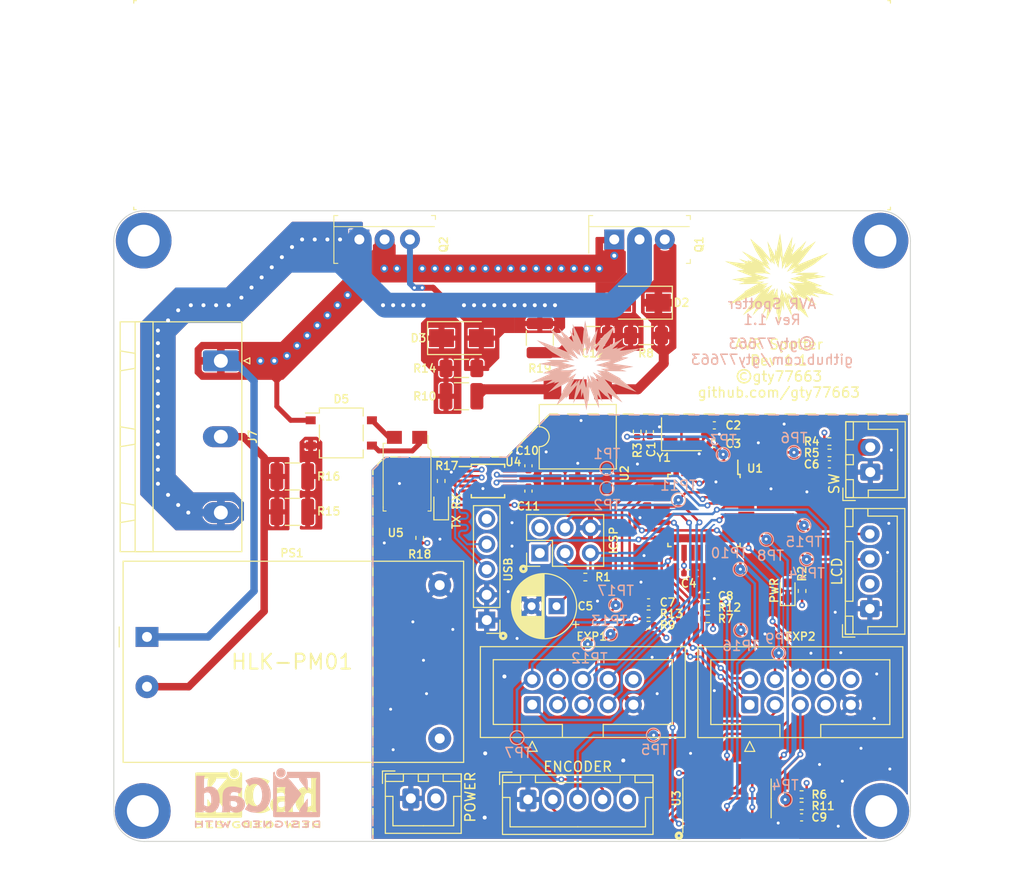
<source format=kicad_pcb>
(kicad_pcb (version 20221018) (generator pcbnew)
  (title_block (title "AVR Spotter") (date "2023-06-21") (rev "1.1") (company "(c) gty77663"))
  (layers (0 "F.Cu" signal) (1 "In1.Cu" power) (2 "In2.Cu" power) (31 "B.Cu" signal) (34 "B.Paste" user) (35 "F.Paste" user) (36 "B.SilkS" user "B.Silkscreen") (37 "F.SilkS" user "F.Silkscreen") (38 "B.Mask" user) (39 "F.Mask" user) (44 "Edge.Cuts" user))
  (net 0 "")
  (net 1 "/N")
  (net 2 "/SW")
  (net 3 "/L")
  (net 4 "/ZD")
  (net 5 "+5V")
  (net 6 "/OUT")
  (net 7 "GND")
  (net 8 "Net-(C1-Pad1)")
  (net 9 "/SCL")
  (net 10 "/SDA")
  (net 11 "/ENC_SW")
  (net 12 "/ENC_B")
  (net 13 "/ENC_A")
  (net 14 "/MISO")
  (net 15 "/SCK")
  (net 16 "/MOSI")
  (net 17 "/RST")
  (net 18 "/LCD_CS")
  (net 19 "/DB5")
  (net 20 "/SD_CS")
  (net 21 "/ENC_A_LCD")
  (net 22 "/SD_DET")
  (net 24 "/DB6")
  (net 25 "/PWM")
  (net 26 "Net-(D1-Pad2)")
  (net 27 "Net-(C7-Pad1)")
  (net 28 "/DB7")
  (net 29 "Net-(D3-Pad1)")
  (net 30 "Net-(C2-Pad2)")
  (net 31 "Net-(R3-Pad2)")
  (net 32 "Net-(R10-Pad2)")
  (net 33 "Net-(D5-Pad2)")
  (net 34 "Net-(J4-Pad2)")
  (net 38 "/RX")
  (net 39 "/TX")
  (net 42 "Net-(D2-Pad1)")
  (net 43 "Net-(U3-Pad2)")
  (net 44 "Net-(U3-Pad6)")
  (net 45 "Net-(U3-Pad10)")
  (net 46 "/ENC_SW_LCD")
  (net 47 "/ENC_B_LCD")
  (net 48 "/MOSI_LCD")
  (net 49 "/SCK_LCD")
  (net 50 "Net-(D4-Pad2)")
  (net 51 "Net-(D5-Pad3)")
  (net 52 "Net-(D5-Pad4)")
  (net 53 "Net-(R17-Pad1)")
  (net 56 "/UBS_D-")
  (net 57 "/UBS_D+")
  (net 58 "Net-(C8-Pad1)")
  (net 59 "Net-(C10-Pad2)")
  (net 60 "Net-(C9-Pad1)")
  (net 61 "Net-(C11-Pad2)")
  (net 62 "Net-(C12-Pad1)")
  (footprint "Resistor_SMD:R_0402_1005Metric" (layer "F.Cu") (at 146.685 91.883 180)
    (fp_text reference "R6")
    (fp_text value "10k")
  )
  (footprint "Diode_SMD:D_SMA" (layer "F.Cu") (at 112.522 46.036)
    (fp_text reference "D3")
    (fp_text value "1N4007")
  )
  (footprint "Resistor_SMD:R_0402_1005Metric" (layer "F.Cu") (at 137.287 73.087)
    (fp_text reference "R12")
    (fp_text value "10k")
  )
  (footprint "Resistor_SMD:R_0402_1005Metric" (layer "F.Cu") (at 124.968 70.039 180)
    (fp_text reference "R1")
    (fp_text value "1k")
  )
  (footprint "Connector_IDC:IDC-Header_2x05_P2.54mm_Vertical" (layer "F.Cu") (at 119.634 82.8565 90)
    (fp_text reference "EXP1")
    (fp_text value "Header_2x05_P2.54mm_Vertical")
  )
  (footprint "Capacitor_SMD:C_0402_1005Metric" (layer "F.Cu") (at 137.287 71.944 180)
    (fp_text reference "C8")
    (fp_text value "47nF")
  )
  (footprint "Capacitor_SMD:C_0402_1005Metric" (layer "F.Cu") (at 137.922 54.799 180)
    (fp_text reference "C2")
    (fp_text value "16pf")
  )
  (footprint "Capacitor_THT:CP_Radial_D6.3mm_P2.50mm" (layer "F.Cu") (at 122.0699 72.96 180)
    (fp_text reference "C5")
    (fp_text value "470u")
  )
  (footprint "LED_SMD:LED_0603_1608Metric" (layer "F.Cu") (at 145.288 71.4105 90)
    (fp_text reference "D1" hide)
    (fp_text value "PWR")
  )
  (footprint "Resistor_SMD:R_1206_3216Metric_Pad1.30x1.75mm_HandSolder" (layer "F.Cu") (at 131.064 45.782 180)
    (fp_text reference "R8")
    (fp_text value "330Ω")
  )
  (footprint "Capacitor_SMD:C_0402_1005Metric" (layer "F.Cu") (at 119.253 58.863 -90)
    (fp_text reference "C10")
    (fp_text value "0.1u")
  )
  (footprint "MountingHole:MountingHole_3.2mm_M3_DIN965_Pad" (layer "F.Cu") (at 80.518 93.534)
    (fp_text reference "TH2" hide)
    (fp_text value "MountingHole_3.2mm_M3_DIN965_Pad")
  )
  (footprint "Package_DIP:SMDIP-6_W9.53mm" (layer "F.Cu") (at 124.206 55.942 90)
    (fp_text reference "U2")
    (fp_text value "MOC3021M")
  )
  (footprint "Resistor_SMD:R_1210_3225Metric" (layer "F.Cu") (at 120.396 46.036 -90)
    (fp_text reference "R19")
    (fp_text value "39Ω")
  )
  (footprint "LED_SMD:LED_0603_1608Metric" (layer "F.Cu") (at 110.49 62.8 90)
    (fp_text reference "D4" hide)
    (fp_text value "TX RX")
  )
  (footprint "Capacitor_SMD:C_0402_1005Metric" (layer "F.Cu") (at 149.479 58.7106)
    (fp_text reference "C6")
    (fp_text value "47nF")
  )
  (footprint "Crystal:Crystal_SMD_3225-4Pin_3.2x2.5mm" (layer "F.Cu") (at 134.62 55.688)
    (fp_text reference "Y1")
    (fp_text value "16mhz")
  )
  (footprint "Connector_Phoenix_GMSTB:PhoenixContact_GMSTBA_2,5_3-G-7,62_1x03_P7.62mm_Horizontal" (layer "F.Cu") (at 88.3595 48.322 -90)
    (fp_text reference "J7")
    (fp_text value "Screw_Terminal_01x03")
  )
  (footprint "Resistor_SMD:R_0402_1005Metric" (layer "F.Cu") (at 146.685 93.026)
    (fp_text reference "R11")
    (fp_text value "10k")
  )
  (footprint "Connector_JST:JST_XH_B2B-XH-A_1x02_P2.50mm_Vertical" (layer "F.Cu") (at 153.584 59.498 90)
    (fp_text reference "J4" hide)
    (fp_text value "SW")
  )
  (footprint "Resistor_SMD:R_0402_1005Metric" (layer "F.Cu") (at 110.49 60.387 -90)
    (fp_text reference "R17")
    (fp_text value "1k")
  )
  (footprint "Connector_IDC:IDC-Header_2x05_P2.54mm_Vertical" (layer "F.Cu") (at 141.478 82.866 90)
    (fp_text reference "EXP2")
    (fp_text value "Header_2x05_P2.54mm_Vertical")
  )
  (footprint "Connector_JST:JST_XH_B2B-XH-A_1x02_P2.50mm_Vertical" (layer "F.Cu") (at 107.442 92.264)
    (fp_text reference "J2" hide)
    (fp_text value "POWER")
  )
  (footprint "Symbol:KiCad-Logo2_5mm_SilkScreen" (layer "F.Cu") (at 92.0496 92.264)
    (fp_text reference "REF**" hide)
    (fp_text value "KiCad-Logo2_5mm_SilkScreen" hide)
  )
  (footprint "Resistor_SMD:R_0402_1005Metric" (layer "F.Cu") (at 137.287 74.23)
    (fp_text reference "R7")
    (fp_text value "10k")
  )
  (footprint "Package_TO_SOT_SMD:TO-269AA" (layer "F.Cu") (at 100.457 55.561)
    (fp_text reference "D5")
    (fp_text value "MB6S")
  )
  (footprint "Resistor_SMD:R_1210_3225Metric_Pad1.30x2.65mm_HandSolder" (layer "F.Cu") (at 95.536 63.489)
    (fp_text reference "R15")
    (fp_text value "120k")
  )
  (footprint "Connector_JST:JST_XH_B5B-XH-A_1x05_P2.50mm_Vertical" (layer "F.Cu") (at 119.206 92.374)
    (fp_text reference "J3" hide)
    (fp_text value "ENCODER")
  )
  (footprint "Capacitor_SMD:C_0402_1005Metric" (layer "F.Cu") (at 135.354 69.658)
    (fp_text reference "C4")
    (fp_text value "0.1u")
  )
  (footprint "Resistor_SMD:R_0402_1005Metric" (layer "F.Cu") (at 146.7358 71.4359 90)
    (fp_text reference "R2")
    (fp_text value "1k")
  )
  (footprint "Resistor_SMD:R_1206_3216Metric_Pad1.30x1.75mm_HandSolder" (layer "F.Cu") (at 112.522 49.084)
    (fp_text reference "R14")
    (fp_text value "330Ω")
  )
  (footprint "Package_SO:SO-14_3.9x8.65mm_P1.27mm" (layer "F.Cu") (at 139.192 92.264 90)
    (fp_text reference "U3")
    (fp_text value "74HC14")
  )
  (footprint "MountingHole:MountingHole_3.2mm_M3_DIN965_Pad" (layer "F.Cu") (at 80.609 36.248)
    (fp_text reference "TH3" hide)
    (fp_text value "MountingHole_3.2mm_M3_DIN965_Pad")
  )
  (footprint "Capacitor_SMD:C_0402_1005Metric" (layer "F.Cu") (at 137.894 56.642)
    (fp_text reference "C3")
    (fp_text value "0.1u")
  )
  (footprint "Converter_ACDC:Converter_ACDC_HiLink_HLK-PMxx" (layer "F.Cu") (at 80.9415 76.048)
    (fp_text reference "PS1")
    (fp_text value "HLK-PM01")
  )
  (footprint "Resistor_SMD:R_1210_3225Metric_Pad1.30x2.65mm_HandSolder" (layer "F.Cu") (at 95.536 59.933 180)
    (fp_text reference "R16")
    (fp_text value "120k")
  )
  (footprint "Connector_PinHeader_2.54mm:PinHeader_2x03_P2.54mm_Vertical" (layer "F.Cu") (at 120.396 67.626 90)
    (fp_text reference "J1" hide)
    (fp_text value "ICSP")
  )
  (footprint "MountingHole:MountingHole_3.2mm_M3_DIN965_Pad" (layer "F.Cu") (at 154.686 93.534)
    (fp_text reference "TH1" hide)
    (fp_text value "MountingHole_3.2mm_M3_DIN965_Pad")
  )
  (footprint "digikey-footprints:TO-220-3" (layer "F.Cu") (at 127.87 36.13)
    (fp_text reference "Q1")
    (fp_text value "TN5015H-6T")
  )
  (footprint "Connector_PinHeader_2.54mm:PinHeader_1x05_P2.54mm_Vertical" (layer "F.Cu") (at 115.062 74.357 180)
    (fp_text reference "J5" hide)
    (fp_text value "USB")
  )
  (footprint "digikey-footprints:TO-220-3" (layer "F.Cu") (at 102.27 36.13)
    (fp_text reference "Q2")
    (fp_text value "TN5015H-6T")
  )
  (footprint "Package_QFP:TQFP-32_7x7mm_P0.8mm" (layer "F.Cu") (at 136.884 63.348 -90)
    (fp_text reference "U1")
    (fp_text value "ATmega328P-A")
  )
  (footprint "Resistor_SMD:R_0402_1005Metric" (layer "F.Cu") (at 108.331 66.102 -90)
    (fp_text reference "R18")
    (fp_text value "1k")
  )
  (footprint "Capacitor_SMD:C_1206_3216Metric" (layer "F.Cu") (at 125.73 45.782)
    (fp_text reference "C12")
    (fp_text value "0.1u")
  )
  (footprint "Resistor_SMD:R_0402_1005Metric" (layer "F.Cu") (at 130.175 55.434 90)
    (fp_text reference "R3")
    (fp_text value "360Ω")
  )
  (footprint "Capacitor_SMD:C_0402_1005Metric" (layer "F.Cu") (at 119.253 61.403 90)
    (fp_text reference "C11")
    (fp_text value "0.1u")
  )
  (footprint "Diode_SMD:D_SMA" (layer "F.Cu") (at 130.302 42.48 180)
    (fp_text reference "D2")
    (fp_text value "1N4007")
  )
  (footprint "Capacitor_SMD:C_0402_1005Metric" (layer "F.Cu") (at 131.318 72.579 180)
    (fp_text reference "C7")
    (fp_text value "47nF")
  )
  (footprint "Resistor_SMD:R_0402_1005Metric" (layer "F.Cu") (at 149.479 56.4246)
    (fp_text reference "R4")
    (fp_text value "10k")
  )
  (footprint "Package_SO:MSOP-10_3x3mm_P0.5mm" (layer "F.Cu") (at 115.189 60.387)
    (fp_text reference "U4")
    (fp_text value "CH340E")
  )
  (footprint "Resistor_SMD:R_0402_1005Metric" (layer "F.Cu") (at 131.318 74.865)
    (fp_text reference "R9")
    (fp_text value "10k")
  )
  (footprint "Capacitor_SMD:C_0402_1005Metric" (layer "F.Cu") (at 146.685 94.169 180)
    (fp_text reference "C9")
    (fp_text value "47nF")
  )
  (footprint "MountingHole:MountingHole_3.2mm_M3_DIN965_Pad" (layer "F.Cu") (at 154.609 36.248)
    (fp_text reference "TH4" hide)
    (fp_text value "MountingHole_3.2mm_M3_DIN965_Pad")
  )
  (footprint "Capacitor_SMD:C_0402_1005Metric" (layer "F.Cu") (at 131.445 55.434 90)
    (fp_text reference "C1")
    (fp_text value "16pf")
  )
  (footprint "digikey-footprints:SMD-4_4.6x6.5mm_P2.54mm" (layer "F.Cu") (at 107.061 59.506 -90)
    (fp_text reference "U5")
    (fp_text value "EL817S1")
  )
  (footprint "Heatsink:Heatsink_76x45x21mm_2Holes" (layer "F.Cu") (at 93.61 35.1398)
    (fp_text reference "HS")
    (fp_text value "Heatsink_76x45x21mm_2Holes")
  )
  (footprint "Resistor_SMD:R_1210_3225Metric_Pad1.30x2.65mm_HandSolder" (layer "F.Cu") (at 112.522 51.878)
    (fp_text reference "R10")
    (fp_text value "470Ω")
  )
  (footprint "Resistor_SMD:R_0402_1005Metric" (layer "F.Cu") (at 149.479 57.5676 180)
    (fp_text reference "R5")
    (fp_text value "10k")
  )
  (footprint "Connector_JST:JST_XH_B4B-XH-A_1x04_P2.50mm_Vertical" (layer "F.Cu") (at 153.543 73.214 90)
    (fp_text reference "J6" hide)
    (fp_text value "LCD")
  )
  (footprint "Resistor_SMD:R_0402_1005Metric" (layer "F.Cu") (at 131.318 73.722)
    (fp_text reference "R13")
    (fp_text value "10k")
  )
  (footprint "TestPoint:TestPoint_Pad_D1.0mm" (layer "B.Cu") (at 134.3152 62.292 180)
    (fp_text reference "TP11")
    (fp_text value "ZD")
  )
  (footprint "TestPoint:TestPoint_Pad_D1.0mm" (layer "B.Cu") (at 140.5128 69.2516 180)
    (fp_text reference "TP10")
    (fp_text value "ENC_SW")
  )
  (footprint "TestPoint:TestPoint_Pad_D1.0mm" (layer "B.Cu") (at 127.508 75.754 180)
    (fp_text reference "TP13")
    (fp_text value "SCK_LCD")
  )
  (footprint "TestPoint:TestPoint_Pad_D1.0mm" (layer "B.Cu") (at 127.127 59.117 180)
    (fp_text reference "TP1")
    (fp_text value "TX")
  )
  (footprint "TestPoint:TestPoint_Pad_D1.0mm" (layer "B.Cu") (at 143.1544 66.2544 180)
    (fp_text reference "TP8")
    (fp_text value "ENC_A")
  )
  (footprint "TestPoint:TestPoint_Pad_D1.0mm" (layer "B.Cu") (at 128.016 72.8584 180)
    (fp_text reference "TP17")
    (fp_text value "LCD_CS")
  )
  (footprint "TestPoint:TestPoint_Pad_D1.0mm" (layer "B.Cu") (at 147.193 68.261 180)
    (fp_text reference "TP14")
    (fp_text value "SDA")
  )
  (footprint "TestPoint:TestPoint_Pad_D1.0mm" (layer "B.Cu") (at 127.127 61.149 180)
    (fp_text reference "TP2")
    (fp_text value "RX")
  )
  (footprint "TestPoint:TestPoint_Pad_D1.0mm" (layer "B.Cu") (at 144.3736 77.6844 180)
    (fp_text reference "TP9")
    (fp_text value "ENC_B")
  )
  (footprint "TestPoint:TestPoint_Pad_D1.0mm" (layer "B.Cu") (at 118.11 86.168 180)
    (fp_text reference "TP7")
    (fp_text value "ENC_SW_LCD")
  )
  (footprint "TestPoint:TestPoint_Pad_D1.0mm" (layer "B.Cu") (at 131.8006 85.914 180)
    (fp_text reference "TP5")
    (fp_text value "ENC_B_LCD")
  )
  (footprint "TestPoint:TestPoint_Pad_D1.0mm" (layer "B.Cu") (at 145.034 92.391 180)
    (fp_text reference "TP4")
    (fp_text value "ENC_A_LCD")
  )
  (footprint "TestPoint:TestPoint_Pad_D1.0mm" (layer "B.Cu") (at 145.923 57.5168 180)
    (fp_text reference "TP6")
    (fp_text value "SW")
  )
  (footprint "TestPoint:TestPoint_Pad_D1.0mm" (layer "B.Cu") (at 140.5636 75.373 180)
    (fp_text reference "TP16")
    (fp_text value "SD_CS")
  )
  (footprint "Symbol:KiCad-Logo2_5mm_SilkScreen" (layer "B.Cu") (at 92.0496 92.2132 180)
    (fp_text reference "REF**" hide)
    (fp_text value "KiCad-Logo2_5mm_SilkScreen" hide)
  )
  (footprint "TestPoint:TestPoint_Pad_D1.0mm" (layer "B.Cu") (at 125.222 76.77 180)
    (fp_text reference "TP12")
    (fp_text value "MOSI_LCD")
  )
  (footprint "TestPoint:TestPoint_Pad_D1.0mm" (layer "B.Cu") (at 138.811 57.72 180)
    (fp_text reference "TP3")
    (fp_text value "PWM")
  )
  (footprint "TestPoint:TestPoint_Pad_D1.0mm" (layer "B.Cu") (at 146.910689 64.852377 180)
    (fp_text reference "TP15")
    (fp_text value "SCL")
  )
  (gr_line (start 112.359 57.998) (end 113.359 57.998) (stroke (width 0.15)) (layer "B.SilkS"))
  (gr_line (start 145.359 53.748) (end 146.359 53.748) (stroke (width 0.15)) (layer "B.SilkS"))
  (gr_line (start 133.359 53.748) (end 134.359 53.748) (stroke (width 0.15)) (layer "B.SilkS"))
  (gr_line (start 118.109 56.998) (end 118.609 56.498) (stroke (width 0.15)) (layer "B.SilkS"))
  (gr_line (start 103.632 61.01) (end 103.632 60.01) (stroke (width 0.15)) (layer "B.SilkS"))
  (gr_line (start 104.68 58.248) (end 104.93 57.998) (stroke (width 0.15)) (layer "B.SilkS"))
  (gr_line (start 127.359 53.748) (end 128.359 53.748) (stroke (width 0.15)) (layer "B.SilkS"))
  (gr_line (start 120.359 54.748) (end 120.859 54.248) (stroke (width 0.15)) (layer "B.SilkS"))
  (gr_line (start 104.93 57.998) (end 105.18 57.998) (stroke (width 0.15)) (layer "B.SilkS"))
  (gr_line (start 139.359 53.748) (end 140.359 53.748) (stroke (width 0.15)) (layer "B.SilkS"))
  (gr_line (start 117.109 57.998) (end 117.359 57.748) (stroke (width 0.15)) (layer "B.SilkS"))
  (gr_line (start 103.632 65.01) (end 103.632 64.01) (stroke (width 0.15)) (layer "B.SilkS"))
  (gr_line (start 103.632 63.01) (end 103.632 62.01) (stroke (width 0.15)) (layer "B.SilkS"))
  (gr_line (start 147.359 53.748) (end 148.359 53.748) (stroke (width 0.15)) (layer "B.SilkS"))
  (gr_line (start 149.359 53.748) (end 150.359 53.748) (stroke (width 0.15)) (layer "B.SilkS"))
  (gr_line (start 103.632 79.01) (end 103.632 78.01) (stroke (width 0.15)) (layer "B.SilkS"))
  (gr_line (start 108.359 57.998) (end 109.359 57.998) (stroke (width 0.15)) (layer "B.SilkS"))
  (gr_line (start 137.359 53.748) (end 138.359 53.748) (stroke (width 0.15)) (layer "B.SilkS"))
  (gr_line (start 157.359 53.748) (end 157.359 53.748) (stroke (width 0.15)) (layer "B.SilkS"))
  (gr_line (start 103.632 67.01) (end 103.632 66.01) (stroke (width 0.15)) (layer "B.SilkS"))
  (gr_line (start 106.18 57.998) (end 107.18 57.998) (stroke (width 0.15)) (layer "B.SilkS"))
  (gr_line (start 103.632 71.01) (end 103.632 70.01) (stroke (width 0.15)) (layer "B.SilkS"))
  (gr_line (start 103.632 83.01) (end 103.632 82.01) (stroke (width 0.15)) (layer "B.SilkS"))
  (gr_line (start 103.632 96.328) (end 103.632 96.01) (stroke (width 0.15)) (layer "B.SilkS"))
  (gr_line (start 121.359 53.748) (end 122.359 53.748) (stroke (width 0.15)) (layer "B.SilkS"))
  (gr_line (start 153.359 53.748) (end 154.359 53.748) (stroke (width 0.15)) (layer "B.SilkS"))
  (gr_line (start 103.632 87.01) (end 103.632 86.01) (stroke (width 0.15)) (layer "B.SilkS"))
  (gr_line (start 103.632 91.01) (end 103.632 90.01) (stroke (width 0.15)) (layer "B.SilkS"))
  (gr_line (start 103.668 59.248) (end 104.168 58.748) (stroke (width 0.15)) (layer "B.SilkS"))
  (gr_line (start 131.359 53.748) (end 132.359 53.748) (stroke (width 0.15)) (layer "B.SilkS"))
  (gr_line (start 151.359 53.748) (end 152.359 53.748) (stroke (width 0.15)) (layer "B.SilkS"))
  (gr_line (start 155.359 53.748) (end 156.359 53.748) (stroke (width 0.15)) (layer "B.SilkS"))
  (gr_line (start 143.359 53.748) (end 144.359 53.748) (stroke (width 0.15)) (layer "B.SilkS"))
  (gr_line (start 141.359 53.748) (end 142.359 53.748) (stroke (width 0.15)) (layer "B.SilkS"))
  (gr_line (start 110.359 57.998) (end 111.359 57.998) (stroke (width 0.15)) (layer "B.SilkS"))
  (gr_line (start 119.109 55.998) (end 119.609 55.498) (stroke (width 0.15)) (layer "B.SilkS"))
  (gr_line (start 103.632 69.01) (end 103.632 68.01) (stroke (width 0.15)) (layer "B.SilkS"))
  (gr_line (start 123.359 53.748) (end 124.359 53.748) (stroke (width 0.15)) (layer "B.SilkS"))
  (gr_line (start 116.359 57.998) (end 117.109 57.998) (stroke (width 0.15)) (layer "B.SilkS"))
  (gr_line (start 103.632 77.01) (end 103.632 76.01) (stroke (width 0.15)) (layer "B.SilkS"))
  (gr_poly (pts (xy 124.871177 44.77514) (xy 124.801475 45.306055) (xy 124.791869 45.280547) (xy 124.757178 45.644856) (xy 124.724656 46.01283) (xy 124.694464 46.384544) (xy 124.666764 46.760072) (xy 124.427158 46.202113) (xy 124.184692 45.655924) (xy 123.939756 45.121916) (xy 123.692737 44.600501) (xy 123.764431 45.232454) (xy 123.841326 45.869354) (xy 123.624734 45.544038) (xy 123.407883 45.222475) (xy 123.4931 45.520912) (xy 123.580962 45.82149) (xy 123.671586 46.12422) (xy 123.765089 46.42911) (xy 123.371588 46.040499) (xy 122.978511 45.657017) (xy 123.002984 45.737045) (xy 122.826314 45.553594) (xy 122.649887 45.372031) (xy 122.297695 45.013646) (xy 122.564767 45.535253) (xy 122.701319 45.797539) (xy 122.840098 46.06087) (xy 122.462912 45.804092) (xy 122.08656 45.550348) (xy 121.335978 45.050305) (xy 121.775128 45.643792) (xy 122.228505 46.241711) (xy 122.696102 46.84347) (xy 123.177914 47.448477) (xy 122.380031 47.112709) (xy 121.59522 46.798054) (xy 120.825128 46.50473) (xy 120.071401 46.23296) (xy 120.830836 46.835242) (xy 121.215263 47.136255) (xy 121.602979 47.437117) (xy 121.928247 47.62726) (xy 122.258349 47.816944) (xy 122.593156 48.006074) (xy 122.932538 48.194556) (xy 123.156185 48.223121) (xy 123.381961 48.253745) (xy 123.35048 48.231886) (xy 123.600547 48.258471) (xy 123.852219 48.286779) (xy 123.732196 48.203588) (xy 123.613818 48.120359) (xy 123.497042 48.03712) (xy 123.381824 47.953902) (xy 123.550957 48.008141) (xy 123.721048 48.063806) (xy 123.616522 47.960098) (xy 123.512926 47.856468) (xy 123.30808 47.649434) (xy 123.54468 47.767024) (xy 123.784099 47.889734) (xy 124.026081 48.017527) (xy 124.270369 48.150366) (xy 124.173935 48.007421) (xy 124.079479 47.865142) (xy 123.986921 47.723548) (xy 123.89618 47.582658) (xy 123.906864 47.58911) (xy 123.843736 47.483557) (xy 123.781503 47.378364) (xy 123.659292 47.168925) (xy 123.826098 47.309306) (xy 123.993199 47.451276) (xy 124.160601 47.595057) (xy 124.328312 47.740874) (xy 124.313619 47.701848) (xy 124.299303 47.663066) (xy 124.270724 47.58553) (xy 124.383465 47.718397) (xy 124.439876 47.785583) (xy 124.496315 47.8534) (xy 124.457139 47.66307) (xy 124.41947 47.473941) (xy 124.383297 47.286067) (xy 124.34861 47.099502) (xy 124.449719 47.285878) (xy 124.550393 47.475738) (xy 124.650531 47.669059) (xy 124.750034 47.865822) (xy 124.752078 47.664554) (xy 124.755737 47.465445) (xy 124.760993 47.268605) (xy 124.76783 47.074142) (xy 124.781555 47.119048) (xy 124.835276 46.816222) (xy 124.890361 46.515734) (xy 124.964913 46.80914) (xy 125.038283 47.104928) (xy 125.056265 47.263641) (xy 125.073356 47.423946) (xy 125.089486 47.585884) (xy 125.104585 47.749498) (xy 125.215094 47.489519) (xy 125.326749 47.23352) (xy 125.439436 46.981606) (xy 125.55304 46.733884) (xy 125.531177 46.905636) (xy 125.508152 47.078604) (xy 125.483913 47.252795) (xy 125.458411 47.428215) (xy 125.53785 47.315003) (xy 125.617355 47.202506) (xy 125.604772 47.318026) (xy 125.672173 47.219606) (xy 125.739618 47.122101) (xy 125.87459 46.929374) (xy 125.816278 47.117378) (xy 125.756162 47.306682) (xy 125.931776 47.128734) (xy 126.107218 46.952893) (xy 126.282498 46.778853) (xy 126.457629 46.606309) (xy 126.350621 46.820529) (xy 126.240439 47.036492) (xy 126.127027 47.254126) (xy 126.010331 47.473357) (xy 126.151315 47.375196) (xy 126.292088 47.277855) (xy 126.095327 47.61306) (xy 125.99502 47.781342) (xy 125.893118 47.950161) (xy 126.104114 47.823574) (xy 126.31344 47.701055) (xy 126.520906 47.582655) (xy 126.726327 47.468422) (xy 126.525068 47.702826) (xy 126.321099 47.937639) (xy 126.468587 47.881002) (xy 126.615334 47.825551) (xy 126.437388 47.964769) (xy 126.255556 48.104106) (xy 126.06985 48.243434) (xy 125.880277 48.382628) (xy 126.074074 48.347872) (xy 126.266231 48.315054) (xy 126.456762 48.284062) (xy 126.645681 48.254779) (xy 126.566917 48.295669) (xy 127.065883 48.293242) (xy 127.559304 48.295452) (xy 127.320843 48.374845) (xy 127.078418 48.453069) (xy 126.832204 48.530078) (xy 126.58238 48.605826) (xy 126.449432 48.64177) (xy 126.315395 48.677243) (xy 126.180211 48.712197) (xy 126.043824 48.746579) (xy 126.378488 48.825726) (xy 126.707394 48.907575) (xy 127.030412 48.991926) (xy 127.347413 49.078575) (xy 126.935618 49.111359) (xy 126.519787 49.141204) (xy 126.644311 49.19661) (xy 126.767735 49.252269) (xy 127.011567 49.364234) (xy 126.783255 49.335089) (xy 126.552741 49.303813) (xy 126.583434 49.325125) (xy 126.346008 49.299999) (xy 126.107133 49.273322) (xy 126.234493 49.35996) (xy 126.360067 49.446692) (xy 126.483927 49.533483) (xy 126.606146 49.620293) (xy 126.410688 49.558017) (xy 126.213927 49.493829) (xy 126.329315 49.608421) (xy 126.44353 49.722906) (xy 126.669133 49.951589) (xy 126.432737 49.831794) (xy 126.193719 49.706965) (xy 125.952351 49.577165) (xy 125.708904 49.442459) (xy 125.808424 49.585037) (xy 125.906077 49.727105) (xy 126.001917 49.868634) (xy 126.095998 50.009592) (xy 126.028022 49.968561) (xy 126.090972 50.073836) (xy 126.153033 50.178752) (xy 126.274919 50.387644) (xy 126.11293 50.251364) (xy 125.950666 50.113602) (xy 125.788113 49.97413) (xy 125.625256 49.832723) (xy 125.672867 49.955254) (xy 125.719435 50.077161) (xy 125.583033 49.91166) (xy 125.514835 49.827857) (xy 125.446649 49.743178) (xy 125.486438 49.937905) (xy 125.524607 50.13132) (xy 125.561203 50.3234) (xy 125.596277 50.514124) (xy 125.496698 50.327109) (xy 125.397627 50.136706) (xy 125.299156 49.942988) (xy 125.201378 49.74603) (xy 125.202458 49.95667) (xy 125.201692 50.165092) (xy 125.199188 50.371307) (xy 125.195055 50.575325) (xy 125.153211 50.438446) (xy 125.099495 50.741209) (xy 125.044421 51.041635) (xy 124.959532 50.707447) (xy 124.876169 50.370185) (xy 124.8632 50.421128) (xy 124.849976 50.278736) (xy 124.837467 50.135233) (xy 124.82572 49.990603) (xy 124.814783 49.844831) (xy 124.708018 50.095233) (xy 124.600177 50.341865) (xy 124.491376 50.584678) (xy 124.381733 50.823621) (xy 124.4036 50.651838) (xy 124.426632 50.478836) (xy 124.450881 50.30461) (xy 124.476395 50.129154) (xy 124.396939 50.242422) (xy 124.317411 50.354971) (xy 124.32997 50.239673) (xy 124.262579 50.338062) (xy 124.195145 50.435536) (xy 124.0602 50.628208) (xy 124.118522 50.440162) (xy 124.178636 50.250816) (xy 124.003037 50.428752) (xy 123.827608 50.604582) (xy 123.65234 50.778612) (xy 123.477226 50.951144) (xy 123.584207 50.736981) (xy 123.694359 50.521078) (xy 123.807741 50.303506) (xy 123.924411 50.084337) (xy 123.783063 50.182746) (xy 123.641914 50.280335) (xy 123.845172 49.934253) (xy 123.948864 49.760486) (xy 124.054247 49.586153) (xy 123.849939 49.706224) (xy 123.647434 49.822287) (xy 123.446838 49.934411) (xy 123.248255 50.042667) (xy 123.429811 49.831499) (xy 123.613571 49.620008) (xy 123.494257 49.665784) (xy 123.37542 49.710787) (xy 123.551832 49.570611) (xy 123.732273 49.430213) (xy 123.916715 49.289721) (xy 124.105134 49.149262) (xy 123.916229 49.180132) (xy 123.729039 49.20919) (xy 123.543615 49.236473) (xy 123.360005 49.262022) (xy 122.911692 49.264275) (xy 122.46784 49.262782) (xy 122.815996 49.146989) (xy 123.176146 49.034315) (xy 123.547635 48.925146) (xy 123.929809 48.819869) (xy 123.585054 48.738732) (xy 123.246333 48.654737) (xy 122.913817 48.568094) (xy 122.587675 48.479015) (xy 122.99938 48.446236) (xy 123.415116 48.416394) (xy 123.301207 48.365711) (xy 123.188269 48.314804) (xy 122.964898 48.212448) (xy 123.033621 48.25045) (xy 122.520608 48.236833) (xy 122.014365 48.228644) (xy 121.515112 48.225699) (xy 121.02307 48.227814) (xy 121.287746 48.311179) (xy 121.554281 48.393855) (xy 120.953278 48.508384) (xy 120.356488 48.62534) (xy 120.843435 48.707944) (xy 121.339065 48.786628) (xy 121.843291 48.861131) (xy 122.356025 48.931192) (xy 121.939686 49.087881) (xy 121.527017 49.245886) (xy 120.710716 49.564977) (xy 121.084707 49.588265) (xy 121.460158 49.610422) (xy 120.963875 49.828776) (xy 120.475391 50.048833) (xy 119.994705 50.270391) (xy 119.521813 50.493251) (xy 120.591167 50.372134) (xy 121.129698 50.307521) (xy 121.671365 50.239524) (xy 121.312385 50.483125) (xy 120.958255 50.726924) (xy 121.450091 50.578723) (xy 121.946025 50.424874) (xy 121.768696 50.605709) (xy 122.057201 50.520082) (xy 122.346562 50.433128) (xy 122.065721 50.699652) (xy 121.788716 50.965779) (xy 121.51545 51.23145) (xy 121.245828 51.496608) (xy 121.756776 51.234835) (xy 122.271501 50.965285) (xy 122.789742 50.687887) (xy 123.311233 50.402575) (xy 123.13304 50.667431) (xy 122.957779 50.931419) (xy 122.785347 51.194506) (xy 122.615639 51.456654) (xy 122.706705 51.386773) (xy 122.394023 52.077992) (xy 122.08813 52.766005) (xy 122.588526 52.325027) (xy 123.08976 51.878199) (xy 123.032907 52.024045) (xy 122.976603 52.169565) (xy 123.259349 51.825145) (xy 123.542269 51.474756) (xy 123.82519 51.118235) (xy 124.107941 50.755413) (xy 124.009562 51.225416) (xy 123.916753 51.690797) (xy 123.82945 52.151302) (xy 123.74759 52.606673) (xy 123.945121 52.232096) (xy 124.141869 51.85313) (xy 124.337727 51.469751) (xy 124.532583 51.081934) (xy 124.538904 51.555239) (xy 124.549285 52.023458) (xy 124.634113 51.751407) (xy 124.71798 51.476864) (xy 124.806304 51.939499) (xy 124.896727 52.398404) (xy 125.082733 53.306657) (xy 125.155869 52.783597) (xy 125.225409 52.254094) (xy 125.286586 52.416337) (xy 125.315645 52.047401) (xy 125.342455 51.675108) (xy 125.366884 51.29944) (xy 125.388802 50.920379) (xy 125.624435 51.480409) (xy 125.863132 52.029212) (xy 126.104511 52.566311) (xy 126.348195 53.09123) (xy 126.270147 52.394083) (xy 126.185775 51.690866) (xy 126.436595 52.066838) (xy 126.687758 52.437762) (xy 126.595387 52.123702) (xy 126.50017 51.807458) (xy 126.401933 51.488997) (xy 126.300502 51.168285) (xy 126.674251 51.536805) (xy 127.047626 51.90071) (xy 127.023764 51.822678) (xy 127.200484 52.00618) (xy 127.376965 52.187793) (xy 127.729261 52.546273) (xy 127.462234 52.02474) (xy 127.325701 51.76249) (xy 127.18694 51.499194) (xy 127.564204 51.756036) (xy 127.940635 52.009838) (xy 128.691374 52.509992) (xy 128.264632 51.93303) (xy 127.824455 51.351879) (xy 127.370794 50.767062) (xy 126.903599 50.1791) (xy 127.184037 50.304394) (xy 127.463182 50.427086) (xy 127.741062 50.547336) (xy 128.017704 50.665309) (xy 128.548625 50.872904) (xy 129.075057 51.073461) (xy 129.596637 51.266819) (xy 130.113004 51.452817) (xy 129.693229 51.117557) (xy 129.269513 50.782341) (xy 128.841851 50.447241) (xy 128.410236 50.112327) (xy 128.600614 50.1486) (xy 128.236948 49.943573) (xy 127.86821 49.739308) (xy 127.494217 49.535979) (xy 127.114789 49.333758) (xy 127.628078 49.351102) (xy 128.134918 49.362995) (xy 128.635121 49.369641) (xy 129.128502 49.371245) (xy 128.801825 49.268091) (xy 128.472283 49.165968) (xy 129.139456 49.038733) (xy 129.80144 48.908533) (xy 129.294693 48.826952) (xy 128.778799 48.749753) (xy 128.254149 48.677107) (xy 127.721136 48.609185) (xy 128.124057 48.457254) (xy 128.523514 48.304091) (xy 129.31398 47.994894) (xy 128.940954 47.97168) (xy 128.566462 47.949586) (xy 129.062871 47.731162) (xy 129.551487 47.511039) (xy 130.032307 47.289418) (xy 130.505329 47.0665) (xy 129.435898 47.18762) (xy 128.897331 47.252234) (xy 128.355625 47.32023) (xy 128.714533 47.076693) (xy 129.068589 46.832951) (xy 128.576638 46.981217) (xy 128.080578 47.135134) (xy 128.258252 46.953961) (xy 127.969858 47.039525) (xy 127.68062 47.126413) (xy 127.96139 46.859936) (xy 128.23833 46.593854) (xy 128.511538 46.328231) (xy 128.781112 46.063127) (xy 128.251503 46.334603) (xy 127.717806 46.61451) (xy 127.180364 46.902823) (xy 126.639518 47.199517) (xy 126.834678 46.898431) (xy 127.025807 46.598823) (xy 127.213078 46.300719) (xy 127.396667 46.004142) (xy 127.670463 45.397575) (xy 127.939004 44.793501) (xy 127.438509 45.234572) (xy 126.93718 45.681495) (xy 126.974301 45.585908) (xy 126.69983 45.91028) (xy 126.424855 46.240867) (xy 126.149553 46.577503) (xy 125.874099 46.920022) (xy 125.969255 46.448026) (xy 126.058669 45.981073) (xy 126.142486 45.519336) (xy 126.220853 45.062992) (xy 126.028283 45.429916) (xy 125.836495 45.801094) (xy 125.645575 46.176446) (xy 125.455612 46.555889) (xy 125.444426 46.171815) (xy 125.430526 45.791544) (xy 125.374805 45.963182) (xy 125.34697 46.04906) (xy 125.319452 46.135865) (xy 125.228751 45.659108) (xy 125.135834 45.186259) (xy 124.944498 44.250713)) (fill solid) (layer "B.SilkS"))
  (gr_line (start 103.632 81.01) (end 103.632 80.01) (stroke (width 0.15)) (layer "B.SilkS"))
  (gr_line (start 125.359 53.748) (end 126.359 53.748) (stroke (width 0.15)) (layer "B.SilkS"))
  (gr_line (start 103.632 75.01) (end 103.632 74.01) (stroke (width 0.15)) (layer "B.SilkS"))
  (gr_line (start 103.632 93.01) (end 103.632 92.01) (stroke (width 0.15)) (layer "B.SilkS"))
  (gr_line (start 103.632 95.01) (end 103.632 94.01) (stroke (width 0.15)) (layer "B.SilkS"))
  (gr_line (start 114.359 57.998) (end 115.359 57.998) (stroke (width 0.15)) (layer "B.SilkS"))
  (gr_line (start 103.632 85.01) (end 103.632 84.01) (stroke (width 0.15)) (layer "B.SilkS"))
  (gr_line (start 103.632 89.01) (end 103.632 88.01) (stroke (width 0.15)) (layer "B.SilkS"))
  (gr_line (start 135.359 53.748) (end 136.359 53.748) (stroke (width 0.15)) (layer "B.SilkS"))
  (gr_line (start 103.632 73.01) (end 103.632 72.01) (stroke (width 0.15)) (layer "B.SilkS"))
  (gr_line (start 129.359 53.748) (end 130.359 53.748) (stroke (width 0.15)) (layer "B.SilkS"))
  (gr_line (start 103.632 71.944) (end 103.632 70.928) (stroke (width 0.15)) (layer "F.SilkS"))
  (gr_line (start 121.412 53.656) (end 122.174 53.656) (stroke (width 0.15)) (layer "F.SilkS"))
  (gr_line (start 103.632 73.976) (end 103.632 72.96) (stroke (width 0.15)) (layer "F.SilkS"))
  (gr_line (start 148.082 53.656) (end 147.066 53.656) (stroke (width 0.15)) (layer "F.SilkS"))
  (gr_line (start 103.632 96.328) (end 103.632 95.312) (stroke (width 0.15)) (layer "F.SilkS"))
  (gr_line (start 141.986 53.656) (end 140.97 53.656) (stroke (width 0.15)) (layer "F.SilkS"))
  (gr_line (start 129.794 53.656) (end 128.778 53.656) (stroke (width 0.15)) (layer "F.SilkS"))
  (gr_line (start 119.634 55.434) (end 120.142 54.926) (stroke (width 0.15)) (layer "F.SilkS"))
  (gr_line (start 103.632 80.072) (end 103.632 79.056) (stroke (width 0.15)) (layer "F.SilkS"))
  (gr_line (start 154.178 53.656) (end 153.162 53.656) (stroke (width 0.15)) (layer "F.SilkS"))
  (gr_line (start 108.458 57.974) (end 107.442 57.974) (stroke (width 0.15)) (layer "F.SilkS"))
  (gr_line (start 103.632 84.136) (end 103.632 83.12) (stroke (width 0.15)) (layer "F.SilkS"))
  (gr_poly (pts (xy 144.59807 36.017987) (xy 144.667772 36.548902) (xy 144.677378 36.523394) (xy 144.712069 36.887703) (xy 144.744591 37.255677) (xy 144.774783 37.627391) (xy 144.802483 38.002919) (xy 145.042089 37.44496) (xy 145.284555 36.898771) (xy 145.529491 36.364763) (xy 145.77651 35.843348) (xy 145.704816 36.475301) (xy 145.627921 37.112201) (xy 145.844513 36.786885) (xy 146.061364 36.465322) (xy 145.976147 36.763759) (xy 145.888285 37.064337) (xy 145.797661 37.367067) (xy 145.704158 37.671957) (xy 146.097659 37.283346) (xy 146.490736 36.899864) (xy 146.466263 36.979892) (xy 146.642933 36.796441) (xy 146.81936 36.614878) (xy 147.171552 36.256493) (xy 146.90448 36.7781) (xy 146.767928 37.040386) (xy 146.629149 37.303717) (xy 147.006335 37.046939) (xy 147.382687 36.793195) (xy 148.133269 36.293152) (xy 147.694119 36.886639) (xy 147.240742 37.484558) (xy 146.773145 38.086317) (xy 146.291333 38.691324) (xy 147.089216 38.355556) (xy 147.874027 38.040901) (xy 148.644119 37.747577) (xy 149.397846 37.475807) (xy 148.638411 38.078089) (xy 148.253984 38.379102) (xy 147.866268 38.679964) (xy 147.541 38.870107) (xy 147.210898 39.059791) (xy 146.876091 39.248921) (xy 146.536709 39.437403) (xy 146.313062 39.465968) (xy 146.087286 39.496592) (xy 146.118767 39.474733) (xy 145.8687 39.501318) (xy 145.617028 39.529626) (xy 145.737051 39.446435) (xy 145.855429 39.363206) (xy 145.972205 39.279967) (xy 146.087423 39.196749) (xy 145.91829 39.250988) (xy 145.748199 39.306653) (xy 145.852725 39.202945) (xy 145.956321 39.099315) (xy 146.161167 38.892281) (xy 145.924567 39.009871) (xy 145.685148 39.132581) (xy 145.443166 39.260374) (xy 145.198878 39.393213) (xy 145.295312 39.250268) (xy 145.389768 39.107989) (xy 145.482326 38.966395) (xy 145.573067 38.825505) (xy 145.562383 38.831957) (xy 145.625511 38.726404) (xy 145.687744 38.621211) (xy 145.809955 38.411772) (xy 145.643149 38.552153) (xy 145.476048 38.694123) (xy 145.308646 38.837904) (xy 145.140935 38.983721) (xy 145.155628 38.944695) (xy 145.169944 38.905913) (xy 145.198523 38.828377) (xy 145.085782 38.961244) (xy 145.029371 39.02843) (xy 144.972932 39.096247) (xy 145.012108 38.905917) (xy 145.049777 38.716788) (xy 145.08595 38.528914) (xy 145.120637 38.342349) (xy 145.019528 38.528725) (xy 144.918854 38.718585) (xy 144.818716 38.911906) (xy 144.719213 39.108669) (xy 144.717169 38.907401) (xy 144.71351 38.708292) (xy 144.708254 38.511452) (xy 144.701417 38.316989) (xy 144.687692 38.361895) (xy 144.633971 38.059069) (xy 144.578886 37.758581) (xy 144.504334 38.051987) (xy 144.430964 38.347775) (xy 144.412982 38.506488) (xy 144.395891 38.666793) (xy 144.379761 38.828731) (xy 144.364662 38.992345) (xy 144.254153 38.732366) (xy 144.142498 38.476367) (xy 144.029811 38.224453) (xy 143.916207 37.976731) (xy 143.93807 38.148483) (xy 143.961095 38.321451) (xy 143.985334 38.495642) (xy 144.010836 38.671062) (xy 143.931397 38.55785) (xy 143.851892 38.445353) (xy 143.864475 38.560873) (xy 143.797074 38.462453) (xy 143.729629 38.364948) (xy 143.594657 38.172221) (xy 143.652969 38.360225) (xy 143.713085 38.549529) (xy 143.537471 38.371581) (xy 143.362029 38.19574) (xy 143.186749 38.0217) (xy 143.011618 37.849156) (xy 143.118626 38.063376) (xy 143.228808 38.279339) (xy 143.34222 38.496973) (xy 143.458916 38.716204) (xy 143.317932 38.618043) (xy 143.177159 38.520702) (xy 143.37392 38.855907) (xy 143.474227 39.024189) (xy 143.576129 39.193008) (xy 143.365133 39.066421) (xy 143.155807 38.943902) (xy 142.948341 38.825502) (xy 142.74292 38.711269) (xy 142.944179 38.945673) (xy 143.148148 39.180486) (xy 143.00066 39.123849) (xy 142.853913 39.068398) (xy 143.031859 39.207616) (xy 143.213691 39.346953) (xy 143.399397 39.486281) (xy 143.58897 39.625475) (xy 143.395173 39.590719) (xy 143.203016 39.557901) (xy 143.012485 39.526909) (xy 142.823566 39.497626) (xy 142.90233 39.538516) (xy 142.403364 39.536089) (xy 141.909943 39.538299) (xy 142.148404 39.617692) (xy 142.390829 39.695916) (xy 142.637043 39.772925) (xy 142.886867 39.848673) (xy 143.019815 39.884617) (xy 143.153852 39.92009) (xy 143.289036 39.955044) (xy 143.425423 39.989426) (xy 143.090759 40.068573) (xy 142.761853 40.150422) (xy 142.438835 40.234773) (xy 142.121834 40.321422) (xy 142.533629 40.354206) (xy 142.94946 40.384051) (xy 142.824936 40.439457) (xy 142.701512 40.495116) (xy 142.45768 40.607081) (xy 142.685992 40.577936) (xy 142.916506 40.54666) (xy 142.885813 40.567972) (xy 143.123239 40.542846) (xy 143.362114 40.516169) (xy 143.234754 40.602807) (xy 143.10918 40.689539) (xy 142.98532 40.77633) (xy 142.863101 40.86314) (xy 143.058559 40.800864) (xy 143.25532 40.736676) (xy 143.139932 40.851268) (xy 143.025717 40.965753) (xy 142.800114 41.194436) (xy 143.03651 41.074641) (xy 143.275528 40.949812) (xy 143.516896 40.820012) (xy 143.760343 40.685306) (xy 143.660823 40.827884) (xy 143.56317 40.969952) (xy 143.46733 41.111481) (xy 143.373249 41.252439) (xy 143.441225 41.211408) (xy 143.378275 41.316683) (xy 143.316214 41.421599) (xy 143.194328 41.630491) (xy 143.356317 41.494211) (xy 143.518581 41.356449) (xy 143.681134 41.216977) (xy 143.843991 41.07557) (xy 143.79638 41.198101) (xy 143.749812 41.320008) (xy 143.886214 41.154507) (xy 143.954412 41.070704) (xy 144.022598 40.986025) (xy 143.982809 41.180752) (xy 143.94464 41.374167) (xy 143.908044 41.566247) (xy 143.87297 41.756971) (xy 143.972549 41.569956) (xy 144.07162 41.379553) (xy 144.170091 41.185835) (xy 144.267869 40.988877) (xy 144.266789 41.199517) (xy 144.267555 41.407939) (xy 144.270059 41.614154) (xy 144.274192 41.818172) (xy 144.316036 41.681293) (xy 144.369752 41.984056) (xy 144.424826 42.284482) (xy 144.509715 41.950294) (xy 144.593078 41.613032) (xy 144.606047 41.663975) (xy 144.619271 41.521583) (xy 144.63178 41.37808) (xy 144.643527 41.23345) (xy 144.654464 41.087678) (xy 144.761229 41.33808) (xy 144.86907 41.584712) (xy 144.977871 41.827525) (xy 145.087514 42.066468) (xy 145.065647 41.894685) (xy 145.042615 41.721683) (xy 145.018366 41.547457) (xy 144.992852 41.372001) (xy 145.072308 41.485269) (xy 145.151836 41.597818) (xy 145.139277 41.48252) (xy 145.206668 41.580909) (xy 145.274102 41.678383) (xy 145.409047 41.871055) (xy 145.350725 41.683009) (xy 145.290611 41.493663) (xy 145.46621 41.671599) (xy 145.641639 41.847429) (xy 145.816907 42.021459) (xy 145.992021 42.193991) (xy 145.88504 41.979828) (xy 145.774888 41.763925) (xy 145.661506 41.546353) (xy 145.544836 41.327184) (xy 145.686184 41.425593) (xy 145.827333 41.523182) (xy 145.624075 41.1771) (xy 145.520383 41.003333) (xy 145.415 40.829) (xy 145.619308 40.949071) (xy 145.821813 41.065134) (xy 146.022409 41.177258) (xy 146.220992 41.285514) (xy 146.039436 41.074346) (xy 145.855676 40.862855) (xy 145.97499 40.908631) (xy 146.093827 40.953634) (xy 145.917415 40.813458) (xy 145.736974 40.67306) (xy 145.552532 40.532568) (xy 145.364113 40.392109) (xy 145.553018 40.422979) (xy 145.740208 40.452037) (xy 145.925632 40.47932) (xy 146.109242 40.504869) (xy 146.557555 40.507122) (xy 147.001407 40.505629) (xy 146.653251 40.389836) (xy 146.293101 40.277162) (xy 145.921612 40.167993) (xy 145.539438 40.062716) (xy 145.884193 39.981579) (xy 146.222914 39.897584) (xy 146.55543 39.810941) (xy 146.881572 39.721862) (xy 146.469867 39.689083) (xy 146.054131 39.659241) (xy 146.16804 39.608558) (xy 146.280978 39.557651) (xy 146.504349 39.455295) (xy 146.435626 39.493297) (xy 146.948639 39.47968) (xy 147.454882 39.471491) (xy 147.954135 39.468546) (xy 148.446177 39.470661) (xy 148.181501 39.554026) (xy 147.914966 39.636702) (xy 148.515969 39.751231) (xy 149.112759 39.868187) (xy 148.625812 39.950791) (xy 148.130182 40.029475) (xy 147.625956 40.103978) (xy 147.113222 40.174039) (xy 147.529561 40.330728) (xy 147.94223 40.488733) (xy 148.758531 40.807824) (xy 148.38454 40.831112) (xy 148.009089 40.853269) (xy 148.505372 41.071623) (xy 148.993856 41.29168) (xy 149.474542 41.513238) (xy 149.947434 41.736098) (xy 148.87808 41.614981) (xy 148.339549 41.550368) (xy 147.797882 41.482371) (xy 148.156862 41.725972) (xy 148.510992 41.969771) (xy 148.019156 41.82157) (xy 147.523222 41.667721) (xy 147.700551 41.848556) (xy 147.412046 41.762929) (xy 147.122685 41.675975) (xy 147.403526 41.942499) (xy 147.680531 42.208626) (xy 147.953797 42.474297) (xy 148.223419 42.739455) (xy 147.712471 42.477682) (xy 147.197746 42.208132) (xy 146.679505 41.930734) (xy 146.158014 41.645422) (xy 146.336207 41.910278) (xy 146.511468 42.174266) (xy 146.6839 42.437353) (xy 146.853608 42.699501) (xy 146.762542 42.62962) (xy 147.075224 43.320839) (xy 147.381117 44.008852) (xy 146.880721 43.567874) (xy 146.379487 43.121046) (xy 146.43634 43.266892) (xy 146.492644 43.412412) (xy 146.209898 43.067992) (xy 145.926978 42.717603) (xy 145.644057 42.361082) (xy 145.361306 41.99826) (xy 145.459685 42.468263) (xy 145.552494 42.933644) (xy 145.639797 43.394149) (xy 145.721657 43.84952) (xy 145.524126 43.474943) (xy 145.327378 43.095977) (xy 145.13152 42.712598) (xy 144.936664 42.324781) (xy 144.930343 42.798086) (xy 144.919962 43.266305) (xy 144.835134 42.994254) (xy 144.751267 42.719711) (xy 144.662943 43.182346) (xy 144.57252 43.641251) (xy 144.386514 44.549504) (xy 144.313378 44.026444) (xy 144.243838 43.496941) (xy 144.182661 43.659184) (xy 144.153602 43.290248) (xy 144.126792 42.917955) (xy 144.102363 42.542287) (xy 144.080445 42.163226) (xy 143.844812 42.723256) (xy 143.606115 43.272059) (xy 143.364736 43.809158) (xy 143.121052 44.334077) (xy 143.1991 43.63693) (xy 143.283472 42.933713) (xy 143.032652 43.309685) (xy 142.781489 43.680609) (xy 142.87386 43.366549) (xy 142.969077 43.050305) (xy 143.067314 42.731844) (xy 143.168745 42.411132) (xy 142.794996 42.779652) (xy 142.421621 43.143557) (xy 142.445483 43.065525) (xy 142.268763 43.249027) (xy 142.092282 43.43064) (xy 141.739986 43.78912) (xy 142.007013 43.267587) (xy 142.143546 43.005337) (xy 142.282307 42.742041) (xy 141.905043 42.998883) (xy 141.528612 43.252685) (xy 140.777873 43.752839) (xy 141.204615 43.175877) (xy 141.644792 42.594726) (xy 142.098453 42.009909) (xy 142.565648 41.421947) (xy 142.28521 41.547241) (xy 142.006065 41.669933) (xy 141.728185 41.790183) (xy 141.451543 41.908156) (xy 140.920622 42.115751) (xy 140.39419 42.316308) (xy 139.87261 42.509666) (xy 139.356243 42.695664) (xy 139.776018 42.360404) (xy 140.199734 42.025188) (xy 140.627396 41.690088) (xy 141.059011 41.355174) (xy 140.868633 41.391447) (xy 141.232299 41.18642) (xy 141.601037 40.982155) (xy 141.97503 40.778826) (xy 142.354458 40.576605) (xy 141.841169 40.593949) (xy 141.334329 40.605842) (xy 140.834126 40.612488) (xy 140.340745 40.614092) (xy 140.667422 40.510938) (xy 140.996964 40.408815) (xy 140.329791 40.28158) (xy 139.667807 40.15138) (xy 140.174554 40.069799) (xy 140.690448 39.9926) (xy 141.215098 39.919954) (xy 141.748111 39.852032) (xy 141.34519 39.700101) (xy 140.945733 39.546938) (xy 140.155267 39.237741) (xy 140.528293 39.214527) (xy 140.902785 39.192433) (xy 140.406376 38.974009) (xy 139.91776 38.753886) (xy 139.43694 38.532265) (xy 138.963918 38.309347) (xy 140.033349 38.430467) (xy 140.571916 38.495081) (xy 141.113622 38.563077) (xy 140.754714 38.31954) (xy 140.400658 38.075798) (xy 140.892609 38.224064) (xy 141.388669 38.377981) (xy 141.210995 38.196808) (xy 141.499389 38.282372) (xy 141.788627 38.36926) (xy 141.507857 38.102783) (xy 141.230917 37.836701) (xy 140.957709 37.571078) (xy 140.688135 37.305974) (xy 141.217744 37.57745) (xy 141.751441 37.857357) (xy 142.288883 38.14567) (xy 142.829729 38.442364) (xy 142.634569 38.141278) (xy 142.44344 37.84167) (xy 142.256169 37.543566) (xy 142.07258 37.246989) (xy 141.798784 36.640422) (xy 141.530243 36.036348) (xy 142.030738 36.477419) (xy 142.532067 36.924342) (xy 142.494946 36.828755) (xy 142.769417 37.153127) (xy 143.044392 37.483714) (xy 143.319694 37.82035) (xy 143.595148 38.162869) (xy 143.499992 37.690873) (xy 143.410578 37.22392) (xy 143.326761 36.762183) (xy 143.248394 36.305839) (xy 143.440964 36.672763) (xy 143.632752 37.043941) (xy 143.823672 37.419293) (xy 144.013635 37.798736) (xy 144.024821 37.414662) (xy 144.038721 37.034391) (xy 144.094442 37.206029) (xy 144.122277 37.291907) (xy 144.149795 37.378712) (xy 144.240496 36.901955) (xy 144.333413 36.429106) (xy 144.524749 35.49356)) (fill solid) (layer "F.SilkS"))
  (gr_line (start 103.632 94.296) (end 103.632 93.28) (stroke (width 0.15)) (layer "F.SilkS"))
  (gr_line (start 103.632 78.04) (end 103.632 77.024) (stroke (width 0.15)) (layer "F.SilkS"))
  (gr_line (start 103.632 65.848) (end 103.632 64.832) (stroke (width 0.15)) (layer "F.SilkS"))
  (gr_line (start 103.632 61.784) (end 103.632 60.768) (stroke (width 0.15)) (layer "F.SilkS"))
  (gr_line (start 152.146 53.656) (end 151.13 53.656) (stroke (width 0.15)) (layer "F.SilkS"))
  (gr_line (start 103.632 82.104) (end 103.632 81.088) (stroke (width 0.15)) (layer "F.SilkS"))
  (gr_line (start 137.922 53.656) (end 136.906 53.656) (stroke (width 0.15)) (layer "F.SilkS"))
  (gr_line (start 103.632 69.912) (end 103.632 68.896) (stroke (width 0.15)) (layer "F.SilkS"))
  (gr_line (start 127.762 53.656) (end 127.254 53.656) (stroke (width 0.15)) (layer "F.SilkS"))
  (gr_line (start 103.632 76.008) (end 103.632 74.992) (stroke (width 0.15)) (layer "F.SilkS"))
  (gr_line (start 135.89 53.656) (end 134.874 53.656) (stroke (width 0.15)) (layer "F.SilkS"))
  (gr_line (start 103.632 67.88) (end 103.632 66.864) (stroke (width 0.15)) (layer "F.SilkS"))
  (gr_line (start 120.904 54.164) (end 121.412 53.656) (stroke (width 0.15)) (layer "F.SilkS"))
  (gr_line (start 118.364 56.704) (end 119.126 55.942) (stroke (width 0.15)) (layer "F.SilkS"))
  (gr_line (start 124.206 53.656) (end 123.19 53.656) (stroke (width 0.15)) (layer "F.SilkS"))
  (gr_circle (center 118.745 69.215) (end 118.745 69.088) (stroke (width 0.3)) (fill none) (layer "F.SilkS"))
  (gr_line (start 157.48 53.656) (end 157.226 53.656) (stroke (width 0.15)) (layer "F.SilkS"))
  (gr_line (start 131.826 53.656) (end 130.81 53.656) (stroke (width 0.15)) (layer "F.SilkS"))
  (gr_line (start 103.632 90.232) (end 103.632 89.216) (stroke (width 0.15)) (layer "F.SilkS"))
  (gr_line (start 103.632 59.752) (end 103.632 59.244) (stroke (width 0.15)) (layer "F.SilkS"))
  (gr_line (start 150.114 53.656) (end 149.098 53.656) (stroke (width 0.15)) (layer "F.SilkS"))
  (gr_line (start 117.348 57.72) (end 117.602 57.466) (stroke (width 0.15)) (layer "F.SilkS"))
  (gr_circle (center 116.713 75.946) (end 116.713 75.819) (stroke (width 0.3)) (fill none) (layer "F.SilkS"))
  (gr_line (start 156.21 53.656) (end 155.194 53.656) (stroke (width 0.15)) (layer "F.SilkS"))
  (gr_line (start 133.858 53.656) (end 132.842 53.656) (stroke (width 0.15)) (layer "F.SilkS"))
  (gr_line (start 114.554 57.974) (end 113.538 57.974) (stroke (width 0.15)) (layer "F.SilkS"))
  (gr_line (start 103.632 86.168) (end 103.632 85.152) (stroke (width 0.15)) (layer "F.SilkS"))
  (gr_line (start 103.632 92.264) (end 103.632 91.248) (stroke (width 0.15)) (layer "F.SilkS"))
  (gr_line (start 110.49 57.974) (end 109.6264 57.974) (stroke (width 0.15)) (layer "F.SilkS"))
  (gr_circle (center 134.366 96.012) (end 134.366 95.885) (stroke (width 0.3)) (fill none) (layer "F.SilkS"))
  (gr_line (start 126.238 53.656) (end 125.222 53.656) (stroke (width 0.15)) (layer "F.SilkS"))
  (gr_line (start 103.632 88.2) (end 103.632 87.184) (stroke (width 0.15)) (layer "F.SilkS"))
  (gr_line (start 104.4956 58.3296) (end 104.0892 58.736) (stroke (width 0.15)) (layer "F.SilkS"))
  (gr_line (start 112.522 57.974) (end 111.506 57.974) (stroke (width 0.15)) (layer "F.SilkS"))
  (gr_line (start 146.05 53.656) (end 145.034 53.656) (stroke (width 0.15)) (layer "F.SilkS"))
  (gr_line (start 144.018 53.656) (end 143.002 53.656) (stroke (width 0.15)) (layer "F.SilkS"))
  (gr_line (start 106.426 57.974) (end 105.41 57.974) (stroke (width 0.15)) (layer "F.SilkS"))
  (gr_line (start 103.632 63.816) (end 103.632 62.8) (stroke (width 0.15)) (layer "F.SilkS"))
  (gr_line (start 139.954 53.656) (end 138.938 53.656) (stroke (width 0.15)) (layer "F.SilkS"))
  (gr_line (start 116.586 57.974) (end 115.57 57.974) (stroke (width 0.15)) (layer "F.SilkS"))
  (gr_line (start 77.609261 93.537739) (end 77.609261 36.296261) (stroke (width 0.1)) (layer "Edge.Cuts"))
  (gr_arc (start 80.657261 96.585739) (mid 78.502011 95.692989) (end 77.609261 93.537739) (stroke (width 0.1)) (layer "Edge.Cuts"))
  (gr_line (start 157.610739 93.537739) (end 157.610739 36.296261) (stroke (width 0.1)) (layer "Edge.Cuts"))
  (gr_line (start 80.657261 33.248261) (end 154.562739 33.248261) (stroke (width 0.1)) (layer "Edge.Cuts"))
  (gr_line (start 154.562739 96.585739) (end 80.657261 96.585739) (stroke (width 0.1)) (layer "Edge.Cuts"))
  (gr_arc (start 77.609261 36.296261) (mid 78.502011 34.141011) (end 80.657261 33.248261) (stroke (width 0.1)) (layer "Edge.Cuts"))
  (gr_arc (start 154.562739 33.248261) (mid 156.717989 34.141011) (end 157.610739 36.296261) (stroke (width 0.1)) (layer "Edge.Cuts"))
  (gr_arc (start 157.610739 93.537739) (mid 156.717989 95.692989) (end 154.562739 96.585739) (stroke (width 0.1)) (layer "Edge.Cuts"))
  (gr_text "©gty77663\ngithub.com/gty77663\n" (at 143.7132 47.3944) (layer "B.SilkS") (effects (font (size 1 1)) (justify mirror)))
  (gr_text "AVR Spotter\nRev 1.1" (at 143.7132 43.3944) (layer "B.SilkS") (effects (font (size 1 1)) (justify mirror)))
  (gr_text "AVR Spotter\nRev 1.1\n©gty77663\ngithub.com/gty77663\n" (at 144.399 49.084) (layer "F.SilkS") (effects (font (size 1 1))))
  (segment (start 92.71 73.468) (end 85.13 81.048) (width 0.75) (layer "F.Cu") (net 1))
  (segment (start 85.13 81.048) (end 80.9415 81.048) (width 0.75) (layer "F.Cu") (net 1))
  (segment (start 92.71 58.0375) (end 92.71 73.468) (width 0.75) (layer "F.Cu") (net 1))
  (segment (start 90.6145 55.942) (end 92.71 58.0375) (width 0.75) (layer "F.Cu") (net 1))
  (segment (start 88.3595 55.942) (end 90.6145 55.942) (width 0.75) (layer "F.Cu") (net 1))
  (segment (start 145.8986 57.5168) (end 148.9446 57.5168) (width 0.25) (layer "F.Cu") (net 2))
  (segment (start 139.684 58.8028) (end 140.97 57.5168) (width 0.25) (layer "F.Cu") (net 2))
  (segment (start 139.684 59.098) (end 139.684 58.8028) (width 0.25) (layer "F.Cu") (net 2))
  (segment (start 140.9456 57.5168) (end 145.8986 57.5168) (width 0.25) (layer "F.Cu") (net 2))
  (segment (start 148.969 57.5676) (end 148.969 58.6806) (width 0.25) (layer "F.Cu") (net 2))
  (via (at 145.923 57.5168) (size 0.6) (drill 0.3) (layers "F.Cu" "B.Cu") (net 2))
  (segment (start 88.3595 48.322) (end 92.329 48.322) (width 2) (layer "F.Cu") (net 3))
  (segment (start 95.377 54.291) (end 97.382 54.291) (width 0.5) (layer "F.Cu") (net 3))
  (segment (start 93.98 52.894) (end 95.377 54.291) (width 0.5) (layer "F.Cu") (net 3))
  (segment (start 127.87 36.13) (end 127.87 37.762) (width 2) (layer "F.Cu") (net 3))
  (segment (start 94.38 49.954) (end 93.98 50.354) (width 0.5) (layer "F.Cu") (net 3))
  (segment (start 93.98 50.354) (end 93.98 52.894) (width 0.5) (layer "F.Cu") (net 3))
  (segment (start 104.81 36.13) (end 104.81 38) (width 2) (layer "F.Cu") (net 3))
  (segment (start 93.58 49.954) (end 93.98 50.354) (width 0.5) (layer "F.Cu") (net 3))
  (via (at 126.365 39.051) (size 0.8) (drill 0.4) (layers "F.Cu" "B.Cu") (net 3))
  (via (at 101.092 41.718) (size 0.8) (drill 0.4) (layers "F.Cu" "B.Cu") (net 3))
  (via (at 109.855 39.051) (size 0.8) (drill 0.4) (layers "F.Cu" "B.Cu") (net 3))
  (via (at 125.095 39.051) (size 0.8) (drill 0.4) (layers "F.Cu" "B.Cu") (net 3))
  (via (at 120.015 39.051) (size 0.8) (drill 0.4) (layers "F.Cu" "B.Cu") (net 3))
  (via (at 116.205 39.051) (size 0.8) (drill 0.4) (layers "F.Cu" "B.Cu") (net 3))
  (via (at 100.076 42.734) (size 0.8) (drill 0.4) (layers "F.Cu" "B.Cu") (net 3))
  (via (at 97.028 45.782) (size 0.8) (drill 0.4) (layers "F.Cu" "B.Cu") (net 3))
  (via (at 118.745 39.051) (size 0.8) (drill 0.4) (layers "F.Cu" "B.Cu") (net 3))
  (via (at 117.475 39.051) (size 0.8) (drill 0.4) (layers "F.Cu" "B.Cu") (net 3))
  (via (at 114.935 39.051) (size 0.8) (drill 0.4) (layers "F.Cu" "B.Cu") (net 3))
  (via (at 99.06 43.75) (size 0.8) (drill 0.4) (layers "F.Cu" "B.Cu") (net 3))
  (via (at 106.045 39.051) (size 0.8) (drill 0.4) (layers "F.Cu" "B.Cu") (net 3))
  (via (at 112.395 39.051) (size 0.8) (drill 0.4) (layers "F.Cu" "B.Cu") (net 3))
  (via (at 123.825 39.051) (size 0.8) (drill 0.4) (layers "F.Cu" "B.Cu") (net 3))
  (via (at 122.555 39.051) (size 0.8) (drill 0.4) (layers "F.Cu" "B.Cu") (net 3))
  (via (at 108.585 39.051) (size 0.8) (drill 0.4) (layers "F.Cu" "B.Cu") (net 3))
  (via (at 127.87 37.762) (size 0.8) (drill 0.4) (layers "F.Cu" "B.Cu") (net 3))
  (via (at 93.726 48.322) (size 0.8) (drill 0.4) (layers "F.Cu" "B.Cu") (net 3))
  (via (at 121.285 39.051) (size 0.8) (drill 0.4) (layers "F.Cu" "B.Cu") (net 3))
  (via (at 98.044 44.766) (size 0.8) (drill 0.4) (layers "F.Cu" "B.Cu") (net 3))
  (via (at 113.665 39.051) (size 0.8) (drill 0.4) (layers "F.Cu" "B.Cu") (net 3))
  (via (at 104.775 39.051) (size 0.8) (drill 0.4) (layers "F.Cu" "B.Cu") (net 3))
  (via (at 94.996 47.814) (size 0.8) (drill 0.4) (layers "F.Cu" "B.Cu") (net 3))
  (via (at 111.125 39.051) (size 0.8) (drill 0.4) (layers "F.Cu" "B.Cu") (net 3))
  (via (at 96.012 46.798) (size 0.8) (drill 0.4) (layers "F.Cu" "B.Cu") (net 3))
  (via (at 92.329 48.322) (size 0.8) (drill 0.4) (layers "F.Cu" "B.Cu") (net 3))
  (segment (start 89.662 48.322) (end 88.3595 48.322) (width 0.75) (layer "B.Cu") (net 3))
  (segment (start 91.694 50.354) (end 89.662 48.322) (width 0.75) (layer "B.Cu") (net 3))
  (segment (start 91.694 71.436) (end 91.694 50.354) (width 0.75) (layer "B.Cu") (net 3))
  (segment (start 87.082 76.048) (end 91.694 71.436) (width 0.75) (layer "B.Cu") (net 3))
  (segment (start 80.9415 76.048) (end 87.082 76.048) (width 0.75) (layer "B.Cu") (net 3))
  (segment (start 108.839 62.8) (end 108.331 63.308) (width 0.25) (layer "F.Cu") (net 4))
  (segment (start 139.131204 60.548) (end 141.134 60.548) (width 0.25) (layer "F.Cu") (net 4))
  (segment (start 138.149204 61.53) (end 139.131204 60.548) (width 0.25) (layer "F.Cu") (net 4))
  (segment (start 135.0772 61.53) (end 138.149204 61.53) (width 0.25) (layer "F.Cu") (net 4))
  (segment (start 108.331 63.308) (end 108.331 65.592) (width 0.25) (layer "F.Cu") (net 4))
  (segment (start 134.3152 62.292) (end 135.0772 61.53) (width 0.25) (layer "F.Cu") (net 4))
  (segment (start 117.856 62.8) (end 108.839 62.8) (width 0.25) (layer "F.Cu") (net 4))
  (via (at 117.856 62.8) (size 0.6) (drill 0.3) (layers "F.Cu" "B.Cu") (net 4))
  (via (at 134.3152 62.292) (size 0.6) (drill 0.3) (layers "F.Cu" "B.Cu") (net 4))
  (segment (start 134.3152 62.292) (end 133.8072 62.8) (width 0.25) (layer "B.Cu") (net 4))
  (segment (start 133.8072 62.8) (end 117.856 62.8) (width 0.25) (layer "B.Cu") (net 4))
  (segment (start 135.684 60.054) (end 135.684 59.098) (width 0.25) (layer "F.Cu") (net 5))
  (segment (start 136.271 60.641) (end 135.684 60.054) (width 0.25) (layer "F.Cu") (net 5))
  (segment (start 133.098 76.135) (end 131.828 74.865) (width 0.25) (layer "F.Cu") (net 5))
  (segment (start 137.414 56.642) (end 137.284 56.772) (width 0.25) (layer "F.Cu") (net 5))
  (segment (start 124.458 70.5719) (end 122.0699 72.96) (width 0.25) (layer "F.Cu") (net 5))
  (segment (start 148.971 56.4246) (end 148.971 55.5376) (width 0.25) (layer "F.Cu") (net 5))
  (segment (start 134.366 89.724) (end 135.317 89.724) (width 0.25) (layer "F.Cu") (net 5))
  (segment (start 134.874 67.608) (end 134.884 67.598) (width 0.25) (layer "F.Cu") (net 5))
  (segment (start 146.7358 72.8583) (end 146.7358 72.0475) (width 0.25) (layer "F.Cu") (net 5))
  (segment (start 137.284 60.023) (end 137.284 59.098) (width 0.25) (layer "F.Cu") (net 5))
  (segment (start 124.458 70.039) (end 124.458 70.5719) (width 0.25) (layer "F.Cu") (net 5))
  (segment (start 109.093 66.61) (end 108.333 66.61) (width 0.25) (layer "F.Cu") (net 5))
  (segment (start 134.874 68.896) (end 134.874 69.658) (width 0.25) (layer "F.Cu") (net 5))
  (segment (start 137.284 56.772) (end 137.284 59.098) (width 0.25) (layer "F.Cu") (net 5))
  (segment (start 136.666 60.641) (end 137.284 60.023) (width 0.25) (layer "F.Cu") (net 5))
  (segment (start 134.874 68.896) (end 134.874 67.608) (width 0.25) (layer "F.Cu") (net 5))
  (segment (start 136.271 60.641) (end 136.666 60.641) (width 0.25) (layer "F.Cu") (net 5))
  (segment (start 147.193 90.7146) (end 147.193 91.8576) (width 0.25) (layer "F.Cu") (net 5))
  (segment (start 137.795 75.246) (end 137.795 74.2835) (width 0.25) (layer "F.Cu") (net 5))
  (segment (start 133.1065 76.135) (end 133.098 76.135) (width 0.25) (layer "F.Cu") (net 5))
  (via (at 148.977 55.5316) (size 0.6) (drill 0.3) (layers "F.Cu" "B.Cu") (net 5))
  (via (at 147.193 90.7146) (size 0.6) (drill 0.3) (layers "F.Cu" "B.Cu") (net 5))
  (via (at 133.1065 76.135) (size 0.6) (drill 0.3) (layers "F.Cu" "B.Cu") (net 5))
  (via (at 146.7358 72.8583) (size 0.6) (drill 0.3) (layers "F.Cu" "B.Cu") (net 5))
  (via (at 136.422504 60.629699) (size 0.6) (drill 0.3) (layers "F.Cu" "B.Cu") (net 5))
  (via (at 109.093 66.61) (size 0.6) (drill 0.3) (layers "F.Cu" "B.Cu") (net 5))
  (via (at 137.795 75.246) (size 0.6) (drill 0.3) (layers "F.Cu" "B.Cu") (net 5))
  (via (at 134.366 89.724) (size 0.6) (drill 0.3) (layers "F.Cu" "B.Cu") (net 5))
  (via (at 134.874 68.896) (size 0.6) (drill 0.3) (layers "F.Cu" "B.Cu") (net 5))
  (via (at 100.33 36.13) (size 0.8) (drill 0.4) (layers "F.Cu" "B.Cu") (net 6))
  (via (at 95.504 36.892) (size 0.8) (drill 0.4) (layers "F.Cu" "B.Cu") (net 6))
  (via (at 119.888 42.734) (size 0.8) (drill 0.4) (layers "F.Cu" "B.Cu") (net 6))
  (via (at 106.68 42.734) (size 0.8) (drill 0.4) (layers "F.Cu" "B.Cu") (net 6))
  (via (at 113.792 42.734) (size 0.8) (drill 0.4) (layers "F.Cu" "B.Cu") (net 6))
  (via (at 92.456 39.94) (size 0.8) (drill 0.4) (layers "F.Cu" "B.Cu") (net 6))
  (via (at 99.06 36.13) (size 0.8) (drill 0.4) (layers "F.Cu" "B.Cu") (net 6))
  (via (at 82.042 52.894) (size 0.8) (drill 0.4) (layers "F.Cu" "B.Cu") (net 6))
  (via (at 115.824 42.734) (size 0.8) (drill 0.4) (layers "F.Cu" "B.Cu") (net 6))
  (via (at 89.154 42.734) (size 0.8) (drill 0.4) (layers "F.Cu" "B.Cu") (net 6))
  (via (at 104.648 42.734) (size 0.8) (drill 0.4) (layers "F.Cu" "B.Cu") (net 6))
  (via (at 107.696 42.734) (size 0.8) (drill 0.4) (layers "F.Cu" "B.Cu") (net 6))
  (via (at 82.042 46.544) (size 0.8) (drill 0.4) (layers "F.Cu" "B.Cu") (net 6))
  (via (at 82.042 51.624) (size 0.8) (drill 0.4) (layers "F.Cu" "B.Cu") (net 6))
  (via (at 94.488 37.908) (size 0.8) (drill 0.4) (layers "F.Cu" "B.Cu") (net 6))
  (via (at 82.042 54.164) (size 0.8) (drill 0.4) (layers "F.Cu" "B.Cu") (net 6))
  (via (at 90.424 41.972) (size 0.8) (drill 0.4) (layers "F.Cu" "B.Cu") (net 6))
  (via (at 82.042 59.244) (size 0.8) (drill 0.4) (layers "F.Cu" "B.Cu") (net 6))
  (via (at 84.074 62.8) (size 0.8) (drill 0.4) (layers "F.Cu" "B.Cu") (net 6))
  (via (at 97.79 36.13) (size 0.8) (drill 0.4) (layers "F.Cu" "B.Cu") (net 6))
  (via (at 82.042 50.354) (size 0.8) (drill 0.4) (layers "F.Cu" "B.Cu") (net 6))
  (via (at 83.058 61.784) (size 0.8) (drill 0.4) (layers "F.Cu" "B.Cu") (net 6))
  (via (at 85.09 63.562) (size 0.8) (drill 0.4) (layers "F.Cu" "B.Cu") (net 6))
  (via (at 96.52 36.13) (size 0.8) (drill 0.4) (layers "F.Cu" "B.Cu") (net 6))
  (via (at 120.904 42.734) (size 0.8) (drill 0.4) (layers "F.Cu" "B.Cu") (net 6))
  (via (at 82.042 47.814) (size 0.8) (drill 0.4) (layers "F.Cu" "B.Cu") (net 6))
  (via (at 93.472 38.924) (size 0.8) (drill 0.4) (layers "F.Cu" "B.Cu") (net 6))
  (via (at 86.614 42.734) (size 0.8) (drill 0.4) (layers "F.Cu" "B.Cu") (net 6))
  (via (at 84.074 43.242) (size 0.8) (drill 0.4) (layers "F.Cu" "B.Cu") (net 6))
  (via (at 87.884 42.734) (size 0.8) (drill 0.4) (layers "F.Cu" "B.Cu") (net 6))
  (via (at 82.042 45.274) (size 0.8) (drill 0.4) (layers "F.Cu" "B.Cu") (net 6))
  (via (at 121.92 42.734) (size 0.8) (drill 0.4) (layers "F.Cu" "B.Cu") (net 6))
  (via (at 82.042 56.704) (size 0.8) (drill 0.4) (layers "F.Cu" "B.Cu") (net 6))
  (via (at 114.808 42.734) (size 0.8) (drill 0.4) (layers "F.Cu" "B.Cu") (net 6))
  (via (at 116.84 42.734) (size 0.8) (drill 0.4) (layers "F.Cu" "B.Cu") (net 6))
  (via (at 112.776 42.734) (size 0.8) (drill 0.4) (layers "F.Cu" "B.Cu") (net 6))
  (via (at 82.042 55.434) (size 0.8) (drill 0.4) (layers "F.Cu" "B.Cu") (net 6))
  (via (at 105.664 42.734) (size 0.8) (drill 0.4) (layers "F.Cu" "B.Cu") (net 6))
  (via (at 118.872 42.734) (size 0.8) (drill 0.4) (layers "F.Cu" "B.Cu") (net 6))
  (via (at 91.44 40.956) (size 0.8) (drill 0.4) (layers "F.Cu" "B.Cu") (net 6))
  (via (at 82.042 60.6664) (size 0.8) (drill 0.4) (layers "F.Cu" "B.Cu") (net 6))
  (via (at 117.856 42.734) (size 0.8) (drill 0.4) (layers "F.Cu" "B.Cu") (net 6))
  (via (at 83.058 44.258) (size 0.8) (drill 0.4) (layers "F.Cu" "B.Cu") (net 6))
  (via (at 85.344 42.734) (size 0.8) (drill 0.4) (layers "F.Cu" "B.Cu") (net 6))
  (via (at 82.042 57.974) (size 0.8) (drill 0.4) (layers "F.Cu" "B.Cu") (net 6))
  (via (at 82.042 49.084) (size 0.8) (drill 0.4) (layers "F.Cu" "B.Cu") (net 6))
  (via (at 108.712 42.734) (size 0.8) (drill 0.4) (layers "F.Cu" "B.Cu") (net 6))
  (segment (start 100.3808 38.2128) (end 99.06 36.892) (width 2.3) (layer "B.Cu") (net 6))
  (segment (start 104.902 42.734) (end 102.27 40.102) (width 2.5) (layer "B.Cu") (net 6))
  (segment (start 105.156 42.734) (end 127.762 42.734) (width 2.5) (layer "B.Cu") (net 6))
  (segment (start 102.27 40.102) (end 100.3808 38.2128) (width 2.5) (layer "B.Cu") (net 6))
  (segment (start 127.762 42.734) (end 130.41 40.086) (width 2.5) (layer "B.Cu") (net 6))
  (segment (start 99.06 36.892) (end 99.06 36.13) (width 2.3) (layer "B.Cu") (net 6))
  (segment (start 102.27 40.102) (end 102.27 36.13) (width 2.5) (layer "B.Cu") (net 6))
  (segment (start 100.3808 38.2128) (end 95.1992 38.2128) (width 2.5) (layer "B.Cu") (net 6))
  (segment (start 130.41 40.086) (end 130.41 36.13) (width 2.5) (layer "B.Cu") (net 6))
  (segment (start 138.084 60.479) (end 138.084 59.098) (width 0.25) (layer "F.Cu") (net 7))
  (segment (start 113.8174 60.387) (end 114.5794 61.149) (width 0.25) (layer "F.Cu") (net 7))
  (segment (start 124.193 58.622) (end 124.206 58.609) (width 0.25) (layer "F.Cu") (net 7))
  (segment (start 144.402 94.804) (end 144.337 94.739) (width 0.25) (layer "F.Cu") (net 7))
  (segment (start 112.989 60.387) (end 113.8174 60.387) (width 0.25) (layer "F.Cu") (net 7))
  (segment (start 130.543 70.56) (end 130.556 70.547) (width 0.25) (layer "F.Cu") (net 7))
  (segment (start 111.506 59.498) (end 111.506 59.752) (width 0.25) (layer "F.Cu") (net 7))
  (segment (start 112.141 60.387) (end 112.989 60.387) (width 0.25) (layer "F.Cu") (net 7))
  (segment (start 114.5794 61.149) (end 114.681 61.149) (width 0.25) (layer "F.Cu") (net 7))
  (segment (start 111.506 59.752) (end 112.141 60.387) (width 0.25) (layer "F.Cu") (net 7))
  (via (at 142.3416 56.5516) (size 0.6) (drill 0.3) (layers "F.Cu" "B.Cu") (net 7))
  (via (at 111.6584 75.2968) (size 0.6) (drill 0.3) (layers "F.Cu" "B.Cu") (net 7))
  (via (at 147.6248 77.6844) (size 0.6) (drill 0.3) (layers "F.Cu" "B.Cu") (net 7))
  (via (at 117.221 71.501) (size 0.6) (drill 0.3) (layers "F.Cu" "B.Cu") (net 7))
  (via (at 154.2288 79.7672) (size 0.6) (drill 0.3) (layers "F.Cu" "B.Cu") (net 7))
  (via (at 144.337 94.739) (size 0.6) (drill 0.3) (layers "F.Cu" "B.Cu") (net 7))
  (via (at 144.9324 54.672) (size 0.6) (drill 0.3) (layers "F.Cu" "B.Cu") (net 7))
  (via (at 132.1816 81.7484) (size 0.6) (drill 0.3) (layers "F.Cu" "B.Cu") (net 7))
  (via (at 124.206 58.609) (size 0.6) (drill 0.3) (layers "F.Cu" "B.Cu") (net 7))
  (via (at 147.2184 61.4792) (size 0.6) (drill 0.3) (layers "F.Cu" "B.Cu") (net 7))
  (via (at 114.681 61.149) (size 0.6) (drill 0.3) (layers "F.Cu" "B.Cu") (net 7))
  (via (at 130.2004 58.6852) (size 0.6) (drill 0.3) (layers "F.Cu" "B.Cu") (net 7))
  (via (at 155.448 64.643) (size 0.6) (drill 0.3) (layers "F.Cu" "B.Cu") (net 7))
  (via (at 111.506 59.498) (size 0.6) (drill 0.3) (layers "F.Cu" "B.Cu") (net 7))
  (via (at 150.622 77.6336) (size 0.6) (drill 0.3) (layers "F.Cu" "B.Cu") (net 7))
  (via (at 126.1872 72.452) (size 0.6) (drill 0.3) (layers "F.Cu" "B.Cu") (net 7))
  (via (at 148.4884 88.8604) (size 0.6) (drill 0.3) (layers "F.Cu" "B.Cu") (net 7))
  (via (at 155.5496 89.3176) (size 0.6) (drill 0.3) (layers "F.Cu" "B.Cu") (net 7))
  (via (at 138.43 55.688) (size 0.6) (drill 0.3) (layers "F.Cu" "B.Cu") (net 7))
  (via (at 116.84 80.0212) (size 0.8) (drill 0.4) (layers "F.Cu" "B.Cu") (net 7))
  (via (at 136.398 57.658) (size 0.6) (drill 0.3) (layers "F.Cu" "B.Cu") (net 7))
  (via (at 118.11 76.2) (size 0.6) (drill 0.3) (layers "F.Cu" "B.Cu") (net 7))
  (via (at 104.775 66.61) (size 0.6) (drill 0.3) (layers "F.Cu" "B.Cu") (net 7))
  (via (at 153.9748 84.2376) (size 0.6) (drill 0.3) (layers "F.Cu" "B.Cu") (net 7))
  (via (at 137.922 70.1914) (size 0.6) (drill 0.3) (layers "F.Cu" "B.Cu") (net 7))
  (via (at 117.602 66.929) (size 0.6) (drill 0.3) (layers "F.Cu" "B.Cu") (net 7))
  (via (at 150.7744 90.5368) (size 0.6) (drill 0.3) (layers "F.Cu" "B.Cu") (net 7))
  (via (at 131.6736 78.0908) (size 0.6) (drill 0.3) (layers "F.Cu" "B.Cu") (net 7))
  (via (at 105.41 83.312) (size 0.6) (drill 0.3) (layers "F.Cu" "B.Cu") (net 7))
  (via (at 107.6452 74.5348) (size 0.6) (drill 0.3) (layers "F.Cu" "B.Cu") (net 7))
  (via (at 114.8588 94.1944) (size 0.8) (drill 0.4) (layers "F.Cu" "B.Cu") (net 7))
  (via (at 138.084 60.479) (size 0.6) (drill 0.3) (layers "F.Cu" "B.Cu") (net 7))
  (via (at 106.299 60.641) (size 0.6) (drill 0.3) (layers "F.Cu" "B.Cu") (net 7))
  (via (at 135.5344 87.7428) (size 0.6) (drill 0.3) (layers "F.Cu" "B.Cu") (net 7))
  (via (at 130.4544 64.07) (size 0.6) (drill 0.3) (layers "F.Cu" "B.Cu") (net 7))
  (via (at 108.712 78.3956) (size 0.6) (drill 0.3) (layers "F.Cu" "B.Cu") (net 7))
  (via (at 143.002 75.754) (size 0.6) (drill 0.3) (layers "F.Cu" "B.Cu") (net 7))
  (via (at 132.4102 54.9514) (size 0.6) (drill 0.3) (layers "F.Cu" "B.Cu") (net 7))
  (via (at 150.0632 73.5696) (size 0.6) (drill 0.3) (layers "F.Cu" "B.Cu") (net 7))
  (via (at 117.602 64.578) (size 0.6) (drill 0.3) (layers "F.Cu" "B.Cu") (net 7))
  (via (at 124.5362 54.3164) (size 0.6) (drill 0.3) (layers "F.Cu" "B.Cu") (net 7))
  (via (at 155.321 67.564) (size 0.6) (drill 0.3) (layers "F.Cu" "B.Cu") (net 7))
  (via (at 105.664 87.376) (size 0.6) (drill 0.3) (layers "F.Cu" "B.Cu") (net 7))
  (via (at 150.368 95.058) (size 0.6) (drill 0.3) (layers "F.Cu" "B.Cu") (net 7))
  (via (at 155.702 57.277) (size 0.6) (drill 0.3) (layers "F.Cu" "B.Cu") (net 7))
  (via (at 130.8608 67.88) (size 0.6) (drill 0.3) (layers "F.Cu" "B.Cu") (net 7))
  (via (at 110.363 66.229) (size 0.6) (drill 0.3) (layers "F.Cu" "B.Cu") (net 7))
  (via (at 109.0168 81.7484) (size 0.6) (drill 0.3) (layers "F.Cu" "B.Cu") (net 7))
  (via (at 114.9096 87.7428) (size 0.8) (drill 0.4) (layers "F.Cu" "B.Cu") (net 7))
  (via (at 118.1608 57.5676) (size 0.6) (drill 0.3) (layers "F.Cu" "B.Cu") (net 7))
  (via (at 130.556 70.547) (size 0.6) (drill 0.3) (layers "F.Cu" "B.Cu") (net 7))
  (via (at 137.922 81.4436) (size 0.6) (drill 0.3) (layers "F.Cu" "B.Cu") (net 7))
  (via (at 128.778 88.454) (size 0.8) (drill 0.4) (layers "F.Cu" "B.Cu") (net 7))
  (via (at 152.654 87.2348) (size 0.6) (drill 0.3) (layers "F.Cu" "B.Cu") (net 7))
  (via (at 121.031 57.466) (size 0.6) (drill 0.3) (layers "F.Cu" "B.Cu") (net 7))
  (via (at 143.6116 61.1744) (size 0.6) (drill 0.3) (layers "F.Cu" "B.Cu") (net 7))
  (segment (start 129.206 88.28) (end 129.286 88.2) (width 0.25) (layer "B.Cu") (net 7))
  (segment (start 131.445 55.914) (end 132.896 55.914) (width 0.25) (layer "F.Cu") (net 8))
  (segment (start 132.896 55.914) (end 133.52 56.538) (width 0.25) (layer "F.Cu") (net 8))
  (segment (start 134.084 57.102) (end 134.084 59.098) (width 0.25) (layer "F.Cu") (net 8))
  (segment (start 133.52 56.538) (end 134.084 57.102) (width 0.25) (layer "F.Cu") (net 8))
  (segment (start 145.837534 63.748) (end 146.939 64.849466) (width 0.25) (layer "F.Cu") (net 9))
  (segment (start 147.803534 65.714) (end 153.543 65.714) (width 0.25) (layer "F.Cu") (net 9))
  (segment (start 138.43 64.324) (end 139.006 63.748) (width 0.25) (layer "F.Cu") (net 9))
  (segment (start 141.134 63.748) (end 145.837534 63.748) (width 0.25) (layer "F.Cu") (net 9))
  (segment (start 139.006 63.748) (end 141.134 63.748) (width 0.25) (layer "F.Cu") (net 9))
  (segment (start 146.939 64.849466) (end 147.803534 65.714) (width 0.25) (layer "F.Cu") (net 9))
  (via (at 146.939 64.849466) (size 0.6) (drill 0.3) (layers "F.Cu" "B.Cu") (net 9))
  (via (at 138.43 64.324) (size 0.6) (drill 0.3) (layers "F.Cu" "B.Cu") (net 9))
  (segment (start 130.302601 81.596) (end 136.652 75.246601) (width 0.25) (layer "B.Cu") (net 9))
  (segment (start 129.286 81.596) (end 130.302601 81.596) (width 0.25) (layer "B.Cu") (net 9))
  (segment (start 128.524 83.374) (end 128.524 82.358) (width 0.25) (layer "B.Cu") (net 9))
  (segment (start 137.668 64.324) (end 138.43 64.324) (width 0.25) (layer "B.Cu") (net 9))
  (segment (start 121.1675 84.39) (end 127.508 84.39) (width 0.25) (layer "B.Cu") (net 9))
  (segment (start 127.508 84.39) (end 128.524 83.374) (width 0.25) (layer "B.Cu") (net 9))
  (segment (start 136.652 65.34) (end 137.668 64.324) (width 0.25) (layer "B.Cu") (net 9))
  (segment (start 128.524 82.358) (end 129.286 81.596) (width 0.25) (layer "B.Cu") (net 9))
  (segment (start 136.652 75.246601) (end 136.652 65.34) (width 0.25) (layer "B.Cu") (net 9))
  (segment (start 119.634 82.8565) (end 121.1675 84.39) (width 0.25) (layer "B.Cu") (net 9))
  (segment (start 153.496 68.261) (end 153.543 68.214) (width 0.25) (layer "F.Cu") (net 10))
  (segment (start 141.164 64.578) (end 143.51 64.578) (width 0.25) (layer "F.Cu") (net 10))
  (segment (start 141.134 64.548) (end 141.164 64.578) (width 0.25) (layer "F.Cu") (net 10))
  (segment (start 147.193 68.261) (end 153.496 68.261) (width 0.25) (layer "F.Cu") (net 10))
  (segment (start 143.51 64.578) (end 147.193 68.261) (width 0.25) (layer "F.Cu") (net 10))
  (via (at 147.193 68.261) (size 0.6) (drill 0.3) (layers "F.Cu" "B.Cu") (net 10))
  (segment (start 140.5382 69.2516) (end 140.5382 68.4522) (width 0.25) (layer "F.Cu") (net 11))
  (segment (start 140.5382 68.4522) (end 139.684 67.598) (width 0.25) (layer "F.Cu") (net 11))
  (segment (start 139.192 94.739) (end 139.192 93.026) (width 0.25) (layer "F.Cu") (net 11))
  (via (at 140.5382 69.2516) (size 0.6) (drill 0.3) (layers "F.Cu" "B.Cu") (net 11))
  (via (at 139.192 93.026) (size 0.6) (drill 0.3) (layers "F.Cu" "B.Cu") (net 11))
  (segment (start 141.986 76.9732) (end 140.2285 78.7307) (width 0.25) (layer "B.Cu") (net 11))
  (segment (start 141.986 70.6994) (end 141.986 76.9732) (width 0.25) (layer "B.Cu") (net 11))
  (segment (start 140.2285 91.9895) (end 139.192 93.026) (width 0.25) (layer "B.Cu") (net 11))
  (segment (start 140.5128 69.2262) (end 141.986 70.6994) (width 0.25) (layer "B.Cu") (net 11))
  (segment (start 140.2285 78.7307) (end 140.2285 91.9895) (width 0.25) (layer "B.Cu") (net 11))
  (segment (start 145.288 84.517) (end 144.018 85.787) (width 0.25) (layer "F.Cu") (net 12))
  (segment (start 141.351 67.118) (end 141.351 66.365) (width 0.25) (layer "F.Cu") (net 12))
  (segment (start 145.288 79.31) (end 145.288 84.517) (width 0.25) (layer "F.Cu") (net 12))
  (segment (start 144.399 77.659) (end 144.399 78.421) (width 0.25) (layer "F.Cu") (net 12))
  (segment (start 144.399 78.421) (end 145.288 79.31) (width 0.25) (layer "F.Cu") (net 12))
  (segment (start 141.351 66.365) (end 141.134 66.148) (width 0.25) (layer "F.Cu") (net 12))
  (segment (start 137.922 86.93) (end 137.922 89.789) (width 0.25) (layer "F.Cu") (net 12))
  (segment (start 144.018 85.787) (end 139.065 85.787) (width 0.25) (layer "F.Cu") (net 12))
  (segment (start 139.065 85.787) (end 137.922 86.93) (width 0.25) (layer "F.Cu") (net 12))
  (via (at 144.399 77.659) (size 0.6) (drill 0.3) (layers "F.Cu" "B.Cu") (net 12))
  (via (at 141.351 67.118) (size 0.6) (drill 0.3) (layers "F.Cu" "B.Cu") (net 12))
  (segment (start 144.399 70.166) (end 144.399 77.659) (width 0.25) (layer "B.Cu") (net 12))
  (segment (start 141.351 67.118) (end 144.399 70.166) (width 0.25) (layer "B.Cu") (net 12))
  (segment (start 144.907 87.884) (end 143.002 89.789) (width 0.25) (layer "F.Cu") (net 13))
  (segment (start 143.129 66.229) (end 143.0345 66.229) (width 0.25) (layer "F.Cu") (net 13))
  (segment (start 143.0345 66.229) (end 142.1535 65.348) (width 0.25) (layer "F.Cu") (net 13))
  (segment (start 142.1535 65.348) (end 141.134 65.348) (width 0.25) (layer "F.Cu") (net 13))
  (via (at 144.907 87.884) (size 0.6) (drill 0.3) (layers "F.Cu" "B.Cu") (net 13))
  (via (at 143.129 66.229) (size 0.6) (drill 0.3) (layers "F.Cu" "B.Cu") (net 13))
  (segment (start 145.288 68.388) (end 143.129 66.229) (width 0.25) (layer "B.Cu") (net 13))
  (segment (start 144.907 87.884) (end 145.288 87.503) (width 0.25) (layer "B.Cu") (net 13))
  (segment (start 145.288 87.503) (end 145.288 68.388) (width 0.25) (layer "B.Cu") (net 13))
  (segment (start 134.874 72.452) (end 134.874 77.405) (width 0.25) (layer "F.Cu") (net 14))
  (segment (start 138.5675 80.072) (end 138.684 80.072) (width 0.25) (layer "F.Cu") (net 14))
  (segment (start 132.634 66.148) (end 132.634 70.212) (width 0.25) (layer "F.Cu") (net 14))
  (segment (start 130.4216 66.148) (end 132.634 66.148) (width 0.25) (layer "F.Cu") (net 14))
  (segment (start 130.3086 66.261) (end 130.4216 66.148) (width 0.25) (layer "F.Cu") (net 14))
  (segment (start 138.684 80.072) (end 141.478 82.866) (width 0.25) (layer "F.Cu") (net 14))
  (segment (start 134.874 77.405) (end 135.509 78.04) (width 0.25) (layer "F.Cu") (net 14))
  (segment (start 132.634 70.212) (end 134.874 72.452) (width 0.25) (layer "F.Cu") (net 14))
  (via (at 138.5675 80.072) (size 0.6) (drill 0.3) (layers "F.Cu" "B.Cu") (net 14))
  (via (at 135.509 78.04) (size 0.6) (drill 0.3) (layers "F.Cu" "B.Cu") (net 14))
  (via (at 130.3086 66.261) (size 0.6) (drill 0.3) (layers "F.Cu" "B.Cu") (net 14))
  (segment (start 136.5355 78.04) (end 135.509 78.04) (width 0.25) (layer "B.Cu") (net 14))
  (segment (start 130.2136 66.356) (end 121.666 66.356) (width 0.25) (layer "B.Cu") (net 14))
  (segment (start 121.666 66.356) (end 120.396 67.626) (width 0.25) (layer "B.Cu") (net 14))
  (segment (start 138.5675 80.072) (end 136.5355 78.04) (width 0.25) (layer "B.Cu") (net 14))
  (segment (start 130.3086 66.261) (end 130.2136 66.356) (width 0.25) (layer "B.Cu") (net 14))
  (segment (start 133.2585 68.4388) (end 133.2585 70.0745) (width 0.25) (layer "F.Cu") (net 15))
  (segment (start 139.5835 80.199) (end 141.478 80.199) (width 0.25) (layer "F.Cu") (net 15))
  (segment (start 133.2585 68.4388) (end 133.2585 68.4235) (width 0.25) (layer "F.Cu") (net 15))
  (segment (start 138.5675 79.183) (end 139.5835 80.199) (width 0.25) (layer "F.Cu") (net 15))
  (segment (start 135.382 72.198) (end 135.382 76.77) (width 0.25) (layer "F.Cu") (net 15))
  (segment (start 135.382 76.77) (end 135.763 77.151) (width 0.25) (layer "F.Cu") (net 15))
  (segment (start 133.2585 70.0745) (end 135.382 72.198) (width 0.25) (layer "F.Cu") (net 15))
  (segment (start 133.2585 68.4235) (end 134.084 67.598) (width 0.25) (layer "F.Cu") (net 15))
  (via (at 138.5675 79.183) (size 0.6) (drill 0.3) (layers "F.Cu" "B.Cu") (net 15))
  (via (at 135.763 77.151) (size 0.6) (drill 0.3) (layers "F.Cu" "B.Cu") (net 15))
  (via (at 133.2585 68.4388) (size 0.6) (drill 0.3) (layers "F.Cu" "B.Cu") (net 15))
  (segment (start 133.2585 68.4388) (end 132.8013 68.896) (width 0.25) (layer "B.Cu") (net 15))
  (segment (start 122.936 68.388) (end 122.936 67.626) (width 0.25) (layer "B.Cu") (net 15))
  (segment (start 136.5355 77.151) (end 135.763 77.151) (width 0.25) (layer "B.Cu") (net 15))
  (segment (start 138.5675 79.183) (end 136.5355 77.151) (width 0.25) (layer "B.Cu") (net 15))
  (segment (start 132.8013 68.896) (end 123.444 68.896) (width 0.25) (layer "B.Cu") (net 15))
  (segment (start 123.444 68.896) (end 122.936 68.388) (width 0.25) (layer "B.Cu") (net 15))
  (segment (start 146.558 77.3288) (end 146.558 80.326) (width 0.25) (layer "F.Cu") (net 16))
  (segment (start 138.168 65.348) (end 132.634 65.348) (width 0.25) (layer "F.Cu") (net 16))
  (segment (start 130.6427 65.348) (end 132.634 65.348) (width 0.25) (layer "F.Cu") (net 16))
  (segment (start 143.7745 74.484) (end 143.7745 74.5453) (width 0.25) (layer "F.Cu") (net 16))
  (segment (start 138.176 65.34) (end 138.168 65.348) (width 0.25) (layer "F.Cu") (net 16))
  (segment (start 143.7745 74.5453) (end 146.558 77.3288) (width 0.25) (layer "F.Cu") (net 16))
  (via (at 130.6427 65.348) (size 0.6) (drill 0.3) (layers "F.Cu" "B.Cu") (net 16))
  (via (at 143.7745 74.484) (size 0.6) (drill 0.3) (layers "F.Cu" "B.Cu") (net 16))
  (via (at 138.176 65.34) (size 0.6) (drill 0.3) (layers "F.Cu" "B.Cu") (net 16))
  (segment (start 130.6427 65.348) (end 129.1107 63.816) (width 0.25) (layer "B.Cu") (net 16))
  (segment (start 122.936 64.578) (end 122.936 65.086) (width 0.25) (layer "B.Cu") (net 16))
  (segment (start 138.303 65.34) (end 138.176 65.34) (width 0.25) (layer "B.Cu") (net 16))
  (segment (start 143.7745 70.8115) (end 138.303 65.34) (width 0.25) (layer "B.Cu") (net 16))
  (segment (start 123.698 63.816) (end 122.936 64.578) (width 0.25) (layer "B.Cu") (net 16))
  (segment (start 129.1107 63.816) (end 123.698 63.816) (width 0.25) (layer "B.Cu") (net 16))
  (segment (start 143.7745 74.484) (end 143.7745 70.8115) (width 0.25) (layer "B.Cu") (net 16))
  (segment (start 125.476 67.626) (end 125.476 70.037) (width 0.25) (layer "F.Cu") (net 17))
  (segment (start 138.9529 62.948) (end 138.6288 63.2721) (width 0.25) (layer "F.Cu") (net 17))
  (segment (start 138.6288 63.2721) (end 138.176 63.2721) (width 0.25) (layer "F.Cu") (net 17))
  (segment (start 125.476 70.037) (end 125.478 70.039) (width 0.25) (layer "F.Cu") (net 17))
  (segment (start 141.134 62.948) (end 138.9529 62.948) (width 0.25) (layer "F.Cu") (net 17))
  (via (at 138.176 63.2721) (size 0.6) (drill 0.3) (layers "F.Cu" "B.Cu") (net 17))
  (segment (start 129.8956 67.626) (end 125.518 67.626) (width 0.25) (layer "B.Cu") (net 17))
  (segment (start 133.8216 63.7) (end 129.8956 67.626) (width 0.25) (layer "B.Cu") (net 17))
  (segment (start 137.7481 63.7) (end 133.8216 63.7) (width 0.25) (layer "B.Cu") (net 17))
  (segment (start 147.2841 63.2721) (end 149.098 65.086) (width 0.25) (layer "B.Cu") (net 17))
  (segment (start 138.176 63.2721) (end 137.7481 63.7) (width 0.25) (layer "B.Cu") (net 17))
  (segment (start 149.098 65.086) (end 149.098 80.326) (width 0.25) (layer "B.Cu") (net 17))
  (segment (start 138.176 63.2721) (end 147.2841 63.2721) (width 0.25) (layer "B.Cu") (net 17))
  (segment (start 122.174 78.8528) (end 128.016 73.0108) (width 0.25) (layer "F.Cu") (net 18))
  (segment (start 130.1955 60.6205) (end 132.5615 60.6205) (width 0.25) (layer "F.Cu") (net 18))
  (segment (start 132.5615 60.6205) (end 132.634 60.548) (width 0.25) (layer "F.Cu") (net 18))
  (segment (start 128.016 62.8) (end 130.1955 60.6205) (width 0.25) (layer "F.Cu") (net 18))
  (segment (start 122.174 80.3165) (end 122.174 78.8528) (width 0.25) (layer "F.Cu") (net 18))
  (segment (start 128.016 73.0108) (end 128.016 62.8) (width 0.25) (layer "F.Cu") (net 18))
  (via (at 128.016 72.8838) (size 0.6) (drill 0.3) (layers "F.Cu" "B.Cu") (net 18))
  (segment (start 133.828 64.548) (end 132.634 64.548) (width 0.25) (layer "F.Cu") (net 19))
  (segment (start 133.858 64.578) (end 133.828 64.548) (width 0.25) (layer "F.Cu") (net 19))
  (via (at 133.858 64.578) (size 0.6) (drill 0.3) (layers "F.Cu" "B.Cu") (net 19))
  (segment (start 133.858 64.578) (end 134.249 64.969) (width 0.25) (layer "B.Cu") (net 19))
  (segment (start 134.249 64.969) (end 134.249 72.685104) (width 0.25) (layer "B.Cu") (net 19))
  (segment (start 126.2285 78.802) (end 124.714 80.3165) (width 0.25) (layer "B.Cu") (net 19))
  (segment (start 128.132104 78.802) (end 126.2285 78.802) (width 0.25) (layer "B.Cu") (net 19))
  (segment (start 134.249 72.685104) (end 128.132104 78.802) (width 0.25) (layer "B.Cu") (net 19))
  (segment (start 138.884 69.223) (end 140.589 70.928) (width 0.25) (layer "F.Cu") (net 20))
  (segment (start 140.589 70.928) (end 140.589 75.3476) (width 0.25) (layer "F.Cu") (net 20))
  (segment (start 144.018 78.802) (end 140.589 75.373) (width 0.25) (layer "F.Cu") (net 20))
  (segment (start 140.589 75.373) (end 140.589 75.3476) (width 0.25) (layer "F.Cu") (net 20))
  (segment (start 138.884 67.598) (end 138.884 69.223) (width 0.25) (layer "F.Cu") (net 20))
  (segment (start 144.018 80.326) (end 144.018 78.802) (width 0.25) (layer "F.Cu") (net 20))
  (via (at 140.589 75.3476) (size 0.6) (drill 0.3) (layers "F.Cu" "B.Cu") (net 20))
  (segment (start 146.558 87.8444) (end 146.558 87.879751) (width 0.25) (layer "F.Cu") (net 21))
  (segment (start 121.706 93.32) (end 121.706 92.374) (width 0.25) (layer "F.Cu") (net 21))
  (segment (start 135.0772 92.264) (end 133.0522 94.289) (width 0.25) (layer "F.Cu") (net 21))
  (segment (start 133.0522 94.289) (end 122.675 94.289) (width 0.25) (layer "F.Cu") (net 21))
  (segment (start 146.558 87.879751) (end 142.173751 92.264) (width 0.25) (layer "F.Cu") (net 21))
  (segment (start 122.675 94.289) (end 121.706 93.32) (width 0.25) (layer "F.Cu") (net 21))
  (segment (start 142.173751 92.264) (end 135.0772 92.264) (width 0.25) (layer "F.Cu") (net 21))
  (via (at 145.034 92.391) (size 0.6) (drill 0.3) (layers "F.Cu" "B.Cu") (net 21))
  (via (at 146.558 87.8444) (size 0.6) (drill 0.3) (layers "F.Cu" "B.Cu") (net 21))
  (segment (start 145.034 92.391) (end 145.034 89.3684) (width 0.25) (layer "B.Cu") (net 21))
  (segment (start 145.034 89.3684) (end 146.558 87.8444) (width 0.25) (layer "B.Cu") (net 21))
  (segment (start 146.558 87.8444) (end 146.558 82.866) (width 0.25) (layer "B.Cu") (net 21))
  (segment (start 134.835652 62.948) (end 132.634 62.948) (width 0.25) (layer "F.Cu") (net 24))
  (segment (start 136.431826 64.544174) (end 134.835652 62.948) (width 0.25) (layer "F.Cu") (net 24))
  (via (at 136.431826 64.544174) (size 0.6) (drill 0.3) (layers "F.Cu" "B.Cu") (net 24))
  (segment (start 136.144 64.832) (end 136.144 72.062896) (width 0.25) (layer "B.Cu") (net 24))
  (segment (start 136.431826 64.544174) (end 136.144 64.832) (width 0.25) (layer "B.Cu") (net 24))
  (segment (start 128.619 81.4915) (end 127.254 82.8565) (width 0.25) (layer "B.Cu") (net 24))
  (segment (start 128.619 79.587896) (end 128.619 81.4915) (width 0.25) (layer "B.Cu") (net 24))
  (segment (start 136.144 72.062896) (end 128.619 79.587896) (width 0.25) (layer "B.Cu") (net 24))
  (segment (start 129.159 55.942) (end 129.161 55.944) (width 0.25) (layer "F.Cu") (net 25))
  (segment (start 138.884 57.793) (end 138.811 57.72) (width 0.25) (layer "F.Cu") (net 25))
  (segment (start 129.161 55.944) (end 130.175 55.944) (width 0.25) (layer "F.Cu") (net 25))
  (segment (start 138.884 59.098) (end 138.884 57.793) (width 0.25) (layer "F.Cu") (net 25))
  (via (at 129.159 55.942) (size 0.6) (drill 0.3) (layers "F.Cu" "B.Cu") (net 25))
  (via (at 138.811 57.72) (size 0.6) (drill 0.3) (layers "F.Cu" "B.Cu") (net 25))
  (segment (start 129.159 55.942) (end 137.033 55.942) (width 0.25) (layer "B.Cu") (net 25))
  (segment (start 137.033 55.942) (end 138.811 57.72) (width 0.25) (layer "B.Cu") (net 25))
  (segment (start 146.4583 70.6484) (end 146.7358 70.9259) (width 0.25) (layer "F.Cu") (net 26))
  (segment (start 145.0594 70.6484) (end 146.4583 70.6484) (width 0.25) (layer "F.Cu") (net 26))
  (segment (start 133.731 74.611) (end 132.334 73.214) (width 0.25) (layer "F.Cu") (net 27))
  (segment (start 132.08 73.214) (end 131.798 72.932) (width 0.25) (layer "F.Cu") (net 27))
  (segment (start 132.08 73.214) (end 131.828 73.466) (width 0.25) (layer "F.Cu") (net 27))
  (segment (start 131.798 72.579) (end 131.798 73.692) (width 0.25) (layer "F.Cu") (net 27))
  (segment (start 134.366 94.804) (end 135.317 94.804) (width 0.25) (layer "F.Cu") (net 27))
  (segment (start 132.334 73.214) (end 132.08 73.214) (width 0.25) (layer "F.Cu") (net 27))
  (segment (start 133.731 85.152) (end 133.731 74.611) (width 0.25) (layer "F.Cu") (net 27))
  (via (at 134.366 94.804) (size 0.6) (drill 0.3) (layers "F.Cu" "B.Cu") (net 27))
  (via (at 133.731 85.152) (size 0.6) (drill 0.3) (layers "F.Cu" "B.Cu") (net 27))
  (segment (start 133.731 85.152) (end 133.731 94.169) (width 0.25) (layer "B.Cu") (net 27))
  (segment (start 133.731 94.169) (end 134.366 94.804) (width 0.25) (layer "B.Cu") (net 27))
  (segment (start 135.382 64.578) (end 134.552 63.748) (width 0.25) (layer "F.Cu") (net 28))
  (segment (start 134.552 63.748) (end 132.634 63.748) (width 0.25) (layer "F.Cu") (net 28))
  (via (at 135.382 64.578) (size 0.6) (drill 0.3) (layers "F.Cu" "B.Cu") (net 28))
  (segment (start 135.509 72.0615) (end 127.254 80.3165) (width 0.25) (layer "B.Cu") (net 28))
  (segment (start 135.509 64.705) (end 135.509 72.0615) (width 0.25) (layer "B.Cu") (net 28))
  (segment (start 135.382 64.578) (end 135.509 64.705) (width 0.25) (layer "B.Cu") (net 28))
  (segment (start 110.522 41.8262) (end 109.6772 40.9814) (width 0.6) (layer "F.Cu") (net 29))
  (segment (start 110.522 46.036) (end 110.522 41.8262) (width 0.6) (layer "F.Cu") (net 29))
  (segment (start 109.6772 40.9814) (end 107.7976 40.9814) (width 0.6) (layer "F.Cu") (net 29))
  (via (at 107.7976 40.9814) (size 0.6) (drill 0.3) (layers "F.Cu" "B.Cu") (net 29))
  (via (at 108.585 40.9814) (size 0.6) (drill 0.3) (layers "F.Cu" "B.Cu") (net 29))
  (segment (start 107.7976 40.9814) (end 108.585 40.9814) (width 0.6) (layer "B.Cu") (net 29))
  (segment (start 107.35 40.5338) (end 107.35 36.13) (width 0.6) (layer "B.Cu") (net 29))
  (segment (start 107.7976 40.9814) (end 107.35 40.5338) (width 0.6) (layer "B.Cu") (net 29))
  (segment (start 137.403 54.838) (end 137.442 54.799) (width 0.25) (layer "F.Cu") (net 30))
  (segment (start 134.884 59.098) (end 134.884 57.857) (width 0.25) (layer "F.Cu") (net 30))
  (segment (start 134.62 57.593) (end 134.62 55.18) (width 0.25) (layer "F.Cu") (net 30))
  (segment (start 134.62 55.18) (end 134.962 54.838) (width 0.25) (layer "F.Cu") (net 30))
  (segment (start 134.884 57.857) (end 134.62 57.593) (width 0.25) (layer "F.Cu") (net 30))
  (segment (start 135.72 54.838) (end 137.403 54.838) (width 0.25) (layer "F.Cu") (net 30))
  (segment (start 134.962 54.838) (end 135.72 54.838) (width 0.25) (layer "F.Cu") (net 30))
  (segment (start 130.175 54.924) (end 130.173 54.926) (width 0.25) (layer "F.Cu") (net 31))
  (segment (start 121.48 59.176) (end 121.48 60.707) (width 0.25) (layer "F.Cu") (net 31))
  (segment (start 125.73 54.926) (end 121.48 59.176) (width 0.25) (layer "F.Cu") (net 31))
  (segment (start 130.173 54.926) (end 125.73 54.926) (width 0.25) (layer "F.Cu") (net 31))
  (segment (start 121.666 51.177) (end 114.773 51.177) (width 1) (layer "F.Cu") (net 32))
  (segment (start 114.773 51.177) (end 114.072 51.878) (width 1) (layer "F.Cu") (net 32))
  (segment (start 138.5829 62.6471) (end 139.082 62.148) (width 0.25) (layer "F.Cu") (net 38))
  (segment (start 139.082 62.148) (end 141.134 62.148) (width 0.25) (layer "F.Cu") (net 38))
  (segment (start 137.232204 62.844248) (end 137.429352 62.6471) (width 0.25) (layer "F.Cu") (net 38))
  (segment (start 116.047916 60.550937) (end 116.211853 60.387) (width 0.25) (layer "F.Cu") (net 38))
  (segment (start 116.211853 60.387) (end 117.389 60.387) (width 0.25) (layer "F.Cu") (net 38))
  (segment (start 137.429352 62.6471) (end 138.5829 62.6471) (width 0.25) (layer "F.Cu") (net 38))
  (via (at 137.232204 62.844248) (size 0.6) (drill 0.3) (layers "F.Cu" "B.Cu") (net 38))
  (via (at 116.047916 60.550937) (size 0.6) (drill 0.3) (layers "F.Cu" "B.Cu") (net 38))
  (segment (start 116.211853 60.387) (end 126.492 60.387) (width 0.25) (layer "B.Cu") (net 38))
  (segment (start 126.792 60.687) (end 126.792 61.087) (width 0.25) (layer "B.Cu") (net 38))
  (segment (start 137.223814 62.835858) (end 137.232204 62.844248) (width 0.25) (layer "B.Cu") (net 38))
  (segment (start 127.692 60.387) (end 127.742 60.387) (width 0.25) (layer "B.Cu") (net 38))
  (segment (start 133.985 60.387) (end 136.433858 62.835858) (width 0.25) (layer "B.Cu") (net 38))
  (segment (start 127.392 61.087) (end 127.392 60.687) (width 0.25) (layer "B.Cu") (net 38))
  (segment (start 127.742 60.387) (end 133.985 60.387) (width 0.25) (layer "B.Cu") (net 38))
  (segment (start 136.433858 62.835858) (end 137.223814 62.835858) (width 0.25) (layer "B.Cu") (net 38))
  (segment (start 116.047916 60.550937) (end 116.211853 60.387) (width 0.25) (layer "B.Cu") (net 38))
  (arc (start 126.792 61.087) (mid 126.879868 61.299132) (end 127.092 61.387) (width 0.25) (layer "B.Cu") (net 38))
  (arc (start 126.492 60.387) (mid 126.704132 60.474868) (end 126.792 60.687) (width 0.25) (layer "B.Cu") (net 38))
  (arc (start 127.392 60.687) (mid 127.479868 60.474868) (end 127.692 60.387) (width 0.25) (layer "B.Cu") (net 38))
  (arc (start 127.092 61.387) (mid 127.304132 61.299132) (end 127.392 61.087) (width 0.25) (layer "B.Cu") (net 38))
  (segment (start 138.293 62.0226) (end 138.9676 61.348) (width 0.25) (layer "F.Cu") (net 39))
  (segment (start 136.932587 62.0226) (end 138.293 62.0226) (width 0.25) (layer "F.Cu") (net 39))
  (segment (start 136.744329 62.210858) (end 136.932587 62.0226) (width 0.25) (layer "F.Cu") (net 39))
  (segment (start 138.9676 61.348) (end 141.134 61.348) (width 0.25) (layer "F.Cu") (net 39))
  (segment (start 116.078 59.752) (end 116.213 59.887) (width 0.25) (layer "F.Cu") (net 39))
  (segment (start 116.213 59.887) (end 117.389 59.887) (width 0.25) (layer "F.Cu") (net 39))
  (via (at 116.078 59.752) (size 0.6) (drill 0.3) (layers "F.Cu" "B.Cu") (net 39))
  (via (at 136.744329 62.210858) (size 0.6) (drill 0.3) (layers "F.Cu" "B.Cu") (net 39))
  (segment (start 127.742 59.879) (end 134.239 59.879) (width 0.25) (layer "B.Cu") (net 39))
  (segment (start 116.205 59.879) (end 126.492 59.879) (width 0.25) (layer "B.Cu") (net 39))
  (segment (start 126.792 59.579) (end 126.792 59.179) (width 0.25) (layer "B.Cu") (net 39))
  (segment (start 116.078 59.752) (end 116.205 59.879) (width 0.25) (layer "B.Cu") (net 39))
  (segment (start 134.239 59.879) (end 136.570858 62.210858) (width 0.25) (layer "B.Cu") (net 39))
  (segment (start 136.570858 62.210858) (end 136.744329 62.210858) (width 0.25) (layer "B.Cu") (net 39))
  (segment (start 127.692 59.879) (end 127.742 59.879) (width 0.25) (layer "B.Cu") (net 39))
  (segment (start 127.392 59.179) (end 127.392 59.579) (width 0.25) (layer "B.Cu") (net 39))
  (arc (start 127.092 58.879) (mid 127.304132 58.966868) (end 127.392 59.179) (width 0.25) (layer "B.Cu") (net 39))
  (arc (start 126.492 59.879) (mid 126.704132 59.791132) (end 126.792 59.579) (width 0.25) (layer "B.Cu") (net 39))
  (arc (start 127.392 59.579) (mid 127.479868 59.791132) (end 127.692 59.879) (width 0.25) (layer "B.Cu") (net 39))
  (arc (start 126.792 59.179) (mid 126.879868 58.966868) (end 127.092 58.879) (width 0.25) (layer "B.Cu") (net 39))
  (segment (start 126.746 51.177) (end 130.241 51.177) (width 1) (layer "F.Cu") (net 42))
  (segment (start 130.241 51.177) (end 132.842 48.576) (width 1) (layer "F.Cu") (net 42))
  (segment (start 132.842 48.576) (end 132.842 47.306) (width 1) (layer "F.Cu") (net 42))
  (segment (start 137.922 94.739) (end 136.652 94.739) (width 0.25) (layer "F.Cu") (net 43))
  (segment (start 141.732 94.739) (end 141.732 93.153) (width 0.25) (layer "F.Cu") (net 44))
  (segment (start 141.732 91.375) (end 141.732 89.789) (width 0.25) (layer "F.Cu") (net 44))
  (via (at 141.732 93.153) (size 0.6) (drill 0.3) (layers "F.Cu" "B.Cu") (net 44))
  (via (at 141.732 91.375) (size 0.6) (drill 0.3) (layers "F.Cu" "B.Cu") (net 44))
  (segment (start 141.732 93.153) (end 141.732 91.375) (width 0.25) (layer "B.Cu") (net 44))
  (segment (start 136.652 89.789) (end 136.652 90.74) (width 0.25) (layer "F.Cu") (net 45))
  (segment (start 139.954 91.248) (end 140.462 90.74) (width 0.25) (layer "F.Cu") (net 45))
  (segment (start 140.462 90.74) (end 140.462 89.789) (width 0.25) (layer "F.Cu") (net 45))
  (segment (start 137.16 91.248) (end 139.954 91.248) (width 0.25) (layer "F.Cu") (net 45))
  (segment (start 136.652 90.74) (end 137.16 91.248) (width 0.25) (layer "F.Cu") (net 45))
  (segment (start 130.808 74.482) (end 130.808 74.232) (width 0.25) (layer "F.Cu") (net 46))
  (segment (start 126.706 91.335) (end 126.706 92.374) (width 0.25) (layer "F.Cu") (net 46))
  (segment (start 130.808 74.232) (end 130.558 74.232) (width 0.25) (layer "F.Cu") (net 46))
  (segment (start 130.000232 74.232) (end 130.558 74.232) (width 0.25) (layer "F.Cu") (net 46))
  (segment (start 130.685 74.232) (end 130.808 74.355) (width 0.25) (layer "F.Cu") (net 46))
  (segment (start 125.73 90.359) (end 126.706 91.335) (width 0.25) (layer "F.Cu") (net 46))
  (segment (start 130.808 74.865) (end 130.808 74.482) (width 0.25) (layer "F.Cu") (net 46))
  (segment (start 130.681 74.232) (end 130.81 74.103) (width 0.25) (layer "F.Cu") (net 46))
  (segment (start 122.555 90.359) (end 125.73 90.359) (width 0.25) (layer "F.Cu") (net 46))
  (segment (start 130.558 74.232) (end 130.681 74.232) (width 0.25) (layer "F.Cu") (net 46))
  (segment (start 130.558 74.232) (end 130.685 74.232) (width 0.25) (layer "F.Cu") (net 46))
  (segment (start 130.808 74.232) (end 130.808 73.722) (width 0.25) (layer "F.Cu") (net 46))
  (via (at 130.000232 74.232) (size 0.6) (drill 0.3) (layers "F.Cu" "B.Cu") (net 46))
  (via (at 122.555 90.359) (size 0.6) (drill 0.3) (layers "F.Cu" "B.Cu") (net 46))
  (segment (start 118.1005 81.3515) (end 118.1005 86.4125) (width 0.25) (layer "B.Cu") (net 46))
  (segment (start 123.853311 74.582689) (end 119.634 78.802) (width 0.25) (layer "B.Cu") (net 46))
  (segment (start 119.634 80.3165) (end 119.1355 80.3165) (width 0.25) (layer "B.Cu") (net 46))
  (segment (start 119.634 78.802) (end 119.634 80.3165) (width 0.25) (layer "B.Cu") (net 46))
  (segment (start 118.1005 86.4125) (end 122.047 90.359) (width 0.25) (layer "B.Cu") (net 46))
  (segment (start 129.649543 74.582689) (end 123.853311 74.582689) (width 0.25) (layer "B.Cu") (net 46))
  (segment (start 119.1355 80.3165) (end 118.1005 81.3515) (width 0.25) (layer "B.Cu") (net 46))
  (segment (start 122.047 90.359) (end 122.555 90.359) (width 0.25) (layer "B.Cu") (net 46))
  (segment (start 130.000232 74.232) (end 129.649543 74.582689) (width 0.25) (layer "B.Cu") (net 46))
  (segment (start 136.777 83.753) (end 136.777 73.087) (width 0.25) (layer "F.Cu") (net 47))
  (segment (start 136.779 83.755) (end 134.62 85.914) (width 0.25) (layer "F.Cu") (net 47))
  (segment (start 134.62 85.914) (end 131.826 85.914) (width 0.25) (layer "F.Cu") (net 47))
  (segment (start 144.018 82.866) (end 144.018 83.628) (width 0.25) (layer "F.Cu") (net 47))
  (segment (start 144.018 83.628) (end 143.129 84.517) (width 0.25) (layer "F.Cu") (net 47))
  (segment (start 143.129 84.517) (end 137.541 84.517) (width 0.25) (layer "F.Cu") (net 47))
  (segment (start 137.541 84.517) (end 136.777 83.753) (width 0.25) (layer "F.Cu") (net 47))
  (via (at 131.826 85.914) (size 0.6) (drill 0.3) (layers "F.Cu" "B.Cu") (net 47))
  (segment (start 125.857 85.914) (end 124.206 87.565) (width 0.25) (layer "B.Cu") (net 47))
  (segment (start 124.206 87.565) (end 124.206 92.247) (width 0.25) (layer "B.Cu") (net 47))
  (segment (start 131.8006 85.914) (end 125.857 85.914) (width 0.25) (layer "B.Cu") (net 47))
  (segment (start 132.634 61.348) (end 130.611 61.348) (width 0.25) (layer "F.Cu") (net 48))
  (segment (start 128.651 73.341) (end 123.444 78.548) (width 0.25) (layer "F.Cu") (net 48))
  (segment (start 123.444 78.548) (end 123.444 81.5865) (width 0.25) (layer "F.Cu") (net 48))
  (segment (start 128.651 63.308) (end 128.651 73.341) (width 0.25) (layer "F.Cu") (net 48))
  (segment (start 130.611 61.348) (end 128.651 63.308) (width 0.25) (layer "F.Cu") (net 48))
  (segment (start 123.444 81.5865) (end 122.174 82.8565) (width 0.25) (layer "F.Cu") (net 48))
  (via (at 125.222 76.77) (size 0.6) (drill 0.3) (layers "F.Cu" "B.Cu") (net 48))
  (segment (start 129.413 73.7982) (end 129.413 63.435) (width 0.25) (layer "F.Cu") (net 49))
  (segment (start 129.413 63.435) (end 130.7 62.148) (width 0.25) (layer "F.Cu") (net 49))
  (segment (start 127.4826 75.7286) (end 126.079 77.1322) (width 0.25) (layer "F.Cu") (net 49))
  (segment (start 127.4826 75.7286) (end 129.413 73.7982) (width 0.25) (layer "F.Cu") (net 49))
  (segment (start 126.079 81.4915) (end 124.714 82.8565) (width 0.25) (layer "F.Cu") (net 49))
  (segment (start 126.079 77.1322) (end 126.079 81.4915) (width 0.25) (layer "F.Cu") (net 49))
  (segment (start 130.7 62.148) (end 132.634 62.148) (width 0.25) (layer "F.Cu") (net 49))
  (via (at 127.4826 75.7286) (size 0.6) (drill 0.3) (layers "F.Cu" "B.Cu") (net 49))
  (segment (start 110.49 62.0125) (end 110.49 60.897) (width 0.25) (layer "F.Cu") (net 50))
  (segment (start 103.6932 56.831) (end 104.2266 57.3644) (width 0.5) (layer "F.Cu") (net 51))
  (segment (start 104.2266 57.3644) (end 107.5944 57.3644) (width 0.5) (layer "F.Cu") (net 51))
  (segment (start 107.5944 57.3644) (end 108.331 56.6278) (width 0.5) (layer "F.Cu") (net 51))
  (segment (start 108.331 56.6278) (end 108.331 56.006) (width 0.5) (layer "F.Cu") (net 51))
  (segment (start 105.791 56.006) (end 105.247 56.006) (width 0.5) (layer "F.Cu") (net 52))
  (segment (start 105.247 56.006) (end 103.532 54.291) (width 0.5) (layer "F.Cu") (net 52))
  (segment (start 112.515 62.223) (end 111.252 60.96) (width 0.25) (layer "F.Cu") (net 53))
  (segment (start 117.389 61.387) (end 117.389 61.743) (width 0.25) (layer "F.Cu") (net 53))
  (segment (start 111.252 60.96) (end 111.252 60.325) (width 0.25) (layer "F.Cu") (net 53))
  (segment (start 110.804 59.877) (end 110.49 59.877) (width 0.25) (layer "F.Cu") (net 53))
  (segment (start 117.389 61.743) (end 116.909 62.223) (width 0.25) (layer "F.Cu") (net 53))
  (segment (start 116.909 62.223) (end 112.515 62.223) (width 0.25) (layer "F.Cu") (net 53))
  (segment (start 111.252 60.325) (end 110.804 59.877) (width 0.25) (layer "F.Cu") (net 53))
  (segment (start 114.397497 59.887) (end 112.989 59.887) (width 0.2) (layer "F.Cu") (net 56))
  (segment (start 114.554 60.043503) (end 114.397497 59.887) (width 0.2) (layer "F.Cu") (net 56))
  (via (at 114.554 60.043503) (size 0.6) (drill 0.3) (layers "F.Cu" "B.Cu") (net 56))
  (segment (start 112.587 63.589) (end 112.86622 63.589) (width 0.2) (layer "B.Cu") (net 56))
  (segment (start 114.554 60.043503) (end 113.754497 60.043503) (width 0.2) (layer "B.Cu") (net 56))
  (segment (start 113.087686 66.737) (end 115.062 66.737) (width 0.2) (layer "B.Cu") (net 56))
  (segment (start 112.587 64.789) (end 112.86622 64.789) (width 0.2) (layer "B.Cu") (net 56))
  (segment (start 112.287 65.936314) (end 113.087686 66.737) (width 0.2) (layer "B.Cu") (net 56))
  (segment (start 112.287 65.739) (end 112.287 65.936314) (width 0.2) (layer "B.Cu") (net 56))
  (segment (start 113.754497 60.043503) (end 112.287 61.511) (width 0.2) (layer "B.Cu") (net 56))
  (segment (start 112.287 65.689) (end 112.287 65.739) (width 0.2) (layer "B.Cu") (net 56))
  (segment (start 112.287 61.511) (end 112.287 63.289) (width 0.2) (layer "B.Cu") (net 56))
  (segment (start 112.86622 65.389) (end 112.587 65.389) (width 0.2) (layer "B.Cu") (net 56))
  (segment (start 112.86622 64.189) (end 112.587 64.189) (width 0.2) (layer "B.Cu") (net 56))
  (arc (start 112.287 64.489) (mid 112.374868 64.701132) (end 112.587 64.789) (width 0.2) (layer "B.Cu") (net 56))
  (arc (start 112.86622 64.789) (mid 113.078352 64.876868) (end 113.16622 65.089) (width 0.2) (layer "B.Cu") (net 56))
  (arc (start 112.86622 63.589) (mid 113.078352 63.676868) (end 113.16622 63.889) (width 0.2) (layer "B.Cu") (net 56))
  (arc (start 112.587 65.389) (mid 112.374868 65.476868) (end 112.287 65.689) (width 0.2) (layer "B.Cu") (net 56))
  (arc (start 112.287 63.289) (mid 112.374868 63.501132) (end 112.587 63.589) (width 0.2) (layer "B.Cu") (net 56))
  (arc (start 113.16622 65.089) (mid 113.078352 65.301132) (end 112.86622 65.389) (width 0.2) (layer "B.Cu") (net 56))
  (arc (start 113.16622 63.889) (mid 113.078352 64.101132) (end 112.86622 64.189) (width 0.2) (layer "B.Cu") (net 56))
  (arc (start 112.587 64.189) (mid 112.374868 64.276868) (end 112.287 64.489) (width 0.2) (layer "B.Cu") (net 56))
  (segment (start 114.554 59.244) (end 114.411 59.387) (width 0.2) (layer "F.Cu") (net 57))
  (segment (start 114.411 59.387) (end 112.989 59.387) (width 0.2) (layer "F.Cu") (net 57))
  (via (at 114.554 59.244) (size 0.6) (drill 0.3) (layers "F.Cu" "B.Cu") (net 57))
  (segment (start 115.062 69.277) (end 111.887 66.102) (width 0.2) (layer "B.Cu") (net 57))
  (segment (start 111.887 61.149) (end 113.792 59.244) (width 0.2) (layer "B.Cu") (net 57))
  (segment (start 113.792 59.244) (end 114.554 59.244) (width 0.2) (layer "B.Cu") (net 57))
  (segment (start 111.887 66.102) (end 111.887 61.149) (width 0.2) (layer "B.Cu") (net 57))
  (segment (start 138.0236 72.5028) (end 137.926 72.5028) (width 0.25) (layer "F.Cu") (net 58))
  (segment (start 139.0396 72.5028) (end 138.0236 72.5028) (width 0.25) (layer "F.Cu") (net 58))
  (segment (start 138.0236 72.5028) (end 137.922 72.5028) (width 0.25) (layer "F.Cu") (net 58))
  (segment (start 137.797 71.974) (end 137.767 71.944) (width 0.25) (layer "F.Cu") (net 58))
  (segment (start 137.797 72.3778) (end 137.797 71.974) (width 0.25) (layer "F.Cu") (net 58))
  (segment (start 137.797 73.087) (end 137.797 72.6318) (width 0.25) (layer "F.Cu") (net 58))
  (segment (start 137.926 72.5028) (end 137.797 72.6318) (width 0.25) (layer "F.Cu") (net 58))
  (segment (start 138.0236 72.5028) (end 137.8204 72.5028) (width 0.25) (layer "F.Cu") (net 58))
  (segment (start 137.797 72.6318) (end 137.797 72.3778) (width 0.25) (layer "F.Cu") (net 58))
  (segment (start 139.192 89.789) (end 139.192 87.946) (width 0.25) (layer "F.Cu") (net 58))
  (segment (start 137.922 72.5028) (end 137.797 72.3778) (width 0.25) (layer "F.Cu") (net 58))
  (via (at 139.192 87.946) (size 0.6) (drill 0.3) (layers "F.Cu" "B.Cu") (net 58))
  (via (at 139.0396 72.5028) (size 0.6) (drill 0.3) (layers "F.Cu" "B.Cu") (net 58))
  (segment (start 139.0396 72.5028) (end 139.192 72.6552) (width 0.25) (layer "B.Cu") (net 58))
  (segment (start 139.192 72.6552) (end 139.192 87.946) (width 0.25) (layer "B.Cu") (net 58))
  (segment (start 119.209 59.387) (end 119.253 59.343) (width 0.25) (layer "F.Cu") (net 59))
  (segment (start 117.389 59.387) (end 119.209 59.387) (width 0.25) (layer "F.Cu") (net 59))
  (segment (start 140.97 96.074) (end 146.05 96.074) (width 0.25) (layer "F.Cu") (net 60))
  (segment (start 140.462 95.566) (end 140.97 96.074) (width 0.25) (layer "F.Cu") (net 60))
  (segment (start 146.05 96.074) (end 147.195 94.929) (width 0.25) (layer "F.Cu") (net 60))
  (segment (start 147.195 94.929) (end 147.195 93.026) (width 0.25) (layer "F.Cu") (net 60))
  (segment (start 140.462 94.739) (end 140.462 95.566) (width 0.25) (layer "F.Cu") (net 60))
  (segment (start 117.389 60.887) (end 119.217 60.887) (width 0.25) (layer "F.Cu") (net 61))
  (segment (start 119.217 60.887) (end 119.253 60.923) (width 0.25) (layer "F.Cu") (net 61))
  (segment (start 120.396 47.4985) (end 122.5385 47.4985) (width 1) (layer "F.Cu") (net 62))
  (segment (start 122.5385 47.4985) (end 124.255 45.782) (width 1) (layer "F.Cu") (net 62))
  (zone (net 6) (net_name "/OUT") (layer "F.Cu") (connect_pads (clearance 0.254)) (min_thickness 0.254) (fill yes (thermal_gap 0.127) (thermal_bridge_width 0.508))
    (polygon (pts (xy 117.856 45.528) (xy 116.84 45.528) (xy 116.332 46.036) (xy 116.332 48.068) (xy 115.316 49.084) (xy 115.316 49.338) (xy 112.776 49.338) (xy 112.776 44.385) (xy 112.014 43.623) (xy 112.014 41.718) (xy 117.856 41.718)))
  )
  (zone (net 3) (net_name "/L") (layer "F.Cu") (connect_pads (clearance 0.254)) (min_thickness 0.254) (fill yes (thermal_gap 0.127) (thermal_bridge_width 0.508))
    (polygon (pts (xy 130.048 40.448) (xy 130.048 43.496) (xy 130.81 44.258) (xy 130.81 47.306) (xy 125.984 47.306) (xy 125.984 40.448) (xy 128.016 40.448) (xy 129.032 39.432)))
  )
  (zone (net 0) (net_name "") (layer "F.Cu") (connect_pads (clearance 0)) (min_thickness 0.254)
    (keepout (tracks allowed) (vias allowed) (pads allowed) (copperpour not_allowed) (footprints allowed))
    (fill (thermal_gap 0.508) (thermal_bridge_width 0.508))
    (polygon (pts (xy 137.859 60.198) (xy 136.809 60.198) (xy 136.809 59.898) (xy 137.859 59.898)))
  )
  (zone (net 33) (net_name "Net-(D5-Pad2)") (layer "F.Cu") (priority 2) (connect_pads (clearance 0.254)) (min_thickness 0.254) (fill yes (thermal_gap 0.127) (thermal_bridge_width 0.508))
    (polygon (pts (xy 96.298 65.267) (xy 96.266 56.45) (xy 96.774 55.942) (xy 98.044 55.942) (xy 98.552 56.45) (xy 98.552 65.267)))
  )
  (zone (net 29) (net_name "Net-(D3-Pad1)") (layer "F.Cu") (priority 2) (connect_pads (clearance 0.254)) (min_thickness 0.254) (fill yes (thermal_gap 0.127) (thermal_bridge_width 0.508))
    (polygon (pts (xy 112.522 53.656) (xy 109.728 53.656) (xy 109.728 49.592) (xy 108.458 48.322) (xy 108.458 44.512) (xy 110.49 42.48) (xy 112.522 44.512)))
  )
  (zone (net 6) (net_name "/OUT") (layer "F.Cu") (connect_pads (clearance 0.254)) (min_thickness 0.254) (fill yes (thermal_gap 0.127) (thermal_bridge_width 0.508))
    (polygon (pts (xy 122.936 45.02) (xy 122.428 45.528) (xy 117.856 45.528) (xy 117.856 44.004) (xy 117.856 41.718) (xy 122.936 41.718)))
  )
  (zone (net 1) (net_name "/N") (layer "F.Cu") (priority 1) (connect_pads (clearance 0.254)) (min_thickness 0.254) (fill yes (thermal_gap 0.127) (thermal_bridge_width 0.508))
    (polygon (pts (xy 92.71 65.34) (xy 92.71 57.974) (xy 95.25 57.974) (xy 95.25 65.34)))
  )
  (zone (net 0) (net_name "") (layer "F.Cu") (connect_pads (clearance 0)) (min_thickness 0.254)
    (keepout (tracks allowed) (vias allowed) (pads allowed) (copperpour not_allowed) (footprints allowed))
    (fill (thermal_gap 0.508) (thermal_bridge_width 0.508))
    (polygon (pts (xy 136.259 59.879) (xy 136.779 59.879) (xy 136.779 60.768) (xy 136.017 60.768) (xy 135.609 59.498) (xy 136.259 59.398)))
  )
  (zone (net 34) (net_name "Net-(J4-Pad2)") (layer "F.Cu") (priority 1) (connect_pads yes (clearance 0.254)) (min_thickness 0.127) (fill yes (thermal_gap 0.127) (thermal_bridge_width 0.508))
    (polygon (pts (xy 153.670882 57.860522) (xy 149.724655 57.834629) (xy 149.723773 56.164823) (xy 153.67 56.164716)))
  )
  (zone (net 42) (net_name "Net-(D2-Pad1)") (layer "F.Cu") (priority 1) (connect_pads (clearance 0.254)) (min_thickness 0.254) (fill yes (thermal_gap 0.127) (thermal_bridge_width 0.762))
    (polygon (pts (xy 134.112 47.052) (xy 132.842 48.068) (xy 131.572 47.052) (xy 131.572 44.512) (xy 130.556 43.496) (xy 130.556 41.464) (xy 131.826 40.194) (xy 131.826 35.876) (xy 134.112 35.876)))
  )
  (zone (net 21) (net_name "/ENC_A_LCD") (layer "F.Cu") (priority 1) (connect_pads yes (clearance 0.254)) (min_thickness 0.127) (fill yes (thermal_gap 0.127) (thermal_bridge_width 0.508))
    (polygon (pts (xy 146.431 93.28) (xy 145.161 93.28) (xy 144.653 92.537538) (xy 144.653 92.244462) (xy 145.161 91.629) (xy 146.431 91.629)))
  )
  (zone (net 3) (net_name "/L") (layers "F.Cu" "In1.Cu") (connect_pads (clearance 0.254)) (min_thickness 0.254) (fill yes (thermal_gap 0.127) (thermal_bridge_width 0.762))
    (polygon (pts (xy 129.032 39.432) (xy 128.016 40.448) (xy 104.394 40.448) (xy 103.632 39.686) (xy 103.632 35.622) (xy 105.918 35.622) (xy 105.918 37.654) (xy 125.984 37.654) (xy 125.984 35.876) (xy 129.032 35.876)))
  )
  (zone (net 3) (net_name "/L") (layers "F.Cu" "In1.Cu") (connect_pads (clearance 0.254)) (min_thickness 0.254) (fill yes (thermal_gap 0.127) (thermal_bridge_width 0.762))
    (polygon (pts (xy 103.632 39.686) (xy 104.394 40.448) (xy 94.615 50.227) (xy 86.36 50.227) (xy 85.725 49.592) (xy 85.725 47.052) (xy 86.36 46.417) (xy 94.361 46.417) (xy 103.632 37.146)))
  )
  (zone (net 6) (net_name "/OUT") (layers "F.Cu" "In2.Cu" "B.Cu") (connect_pads (clearance 0.254)) (min_thickness 0.254) (fill yes (thermal_gap 0.127) (thermal_bridge_width 0.762))
    (polygon (pts (xy 102.616 36.384) (xy 102.616 37.4) (xy 102.108 37.908) (xy 97.028 37.908) (xy 90.424 44.512) (xy 85.09 44.512) (xy 83.82 45.782) (xy 83.82 59.752) (xy 85.598 61.53) (xy 89.662 61.53) (xy 90.678 62.546) (xy 90.678 64.324) (xy 89.662 65.34) (xy 83.82 65.34) (xy 80.264 61.784) (xy 80.264 44.512) (xy 83.82 40.956) (xy 88.9 40.956) (xy 95.504 34.352) (xy 102.616 34.352)))
  )
  (zone (net 7) (net_name "GND") (layers "F&B.Cu") (connect_pads (clearance 0.254)) (min_thickness 0.128) (fill yes (thermal_gap 0.254) (thermal_bridge_width 0.508))
    (polygon (pts (xy 157.482 100.265) (xy 103.505 100.265) (xy 103.505 59.243) (xy 104.775 57.973) (xy 116.982 57.997) (xy 121.232 53.747) (xy 157.482 53.747)))
  )
  (zone (net 0) (net_name "") (layers "F.Cu" "F.SilkS") (connect_pads (clearance 0)) (min_thickness 0.254)
    (keepout (tracks allowed) (vias allowed) (pads allowed) (copperpour not_allowed) (footprints allowed))
    (fill (thermal_gap 0.508) (thermal_bridge_width 0.508))
    (polygon (pts (xy 142.748 90.932) (xy 142.367 90.932) (xy 134.874 90.932) (xy 134.874 88.646) (xy 142.748 88.646)))
  )
  (zone (net 0) (net_name "") (layers "F.Cu" "F.SilkS") (connect_pads (clearance 0)) (min_thickness 0.254)
    (keepout (tracks allowed) (vias allowed) (pads allowed) (copperpour not_allowed) (footprints allowed))
    (fill (thermal_gap 0.508) (thermal_bridge_width 0.508))
    (polygon (pts (xy 142.494 95.885) (xy 135.382 95.885) (xy 135.382 93.599) (xy 142.494 93.599)))
  )
)
</source>
